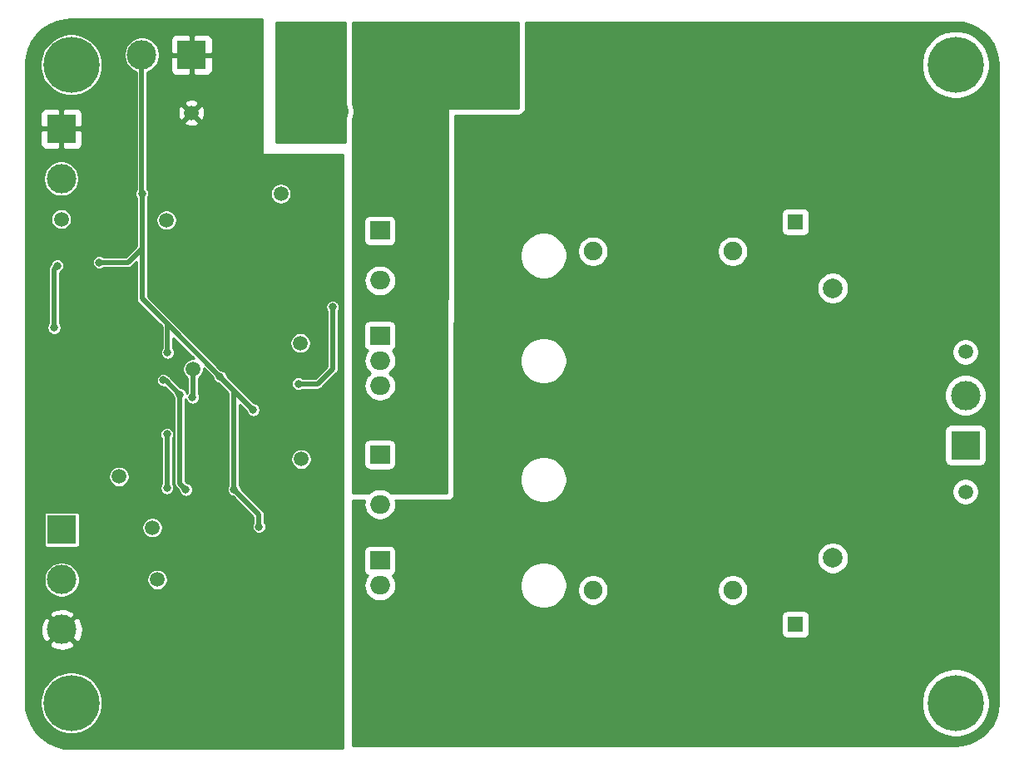
<source format=gbl>
G04 #@! TF.GenerationSoftware,KiCad,Pcbnew,5.1.10*
G04 #@! TF.CreationDate,2021-08-14T15:52:34+12:00*
G04 #@! TF.ProjectId,DClassAmplifier,44436c61-7373-4416-9d70-6c6966696572,rev?*
G04 #@! TF.SameCoordinates,Original*
G04 #@! TF.FileFunction,Copper,L2,Bot*
G04 #@! TF.FilePolarity,Positive*
%FSLAX46Y46*%
G04 Gerber Fmt 4.6, Leading zero omitted, Abs format (unit mm)*
G04 Created by KiCad (PCBNEW 5.1.10) date 2021-08-14 15:52:34*
%MOMM*%
%LPD*%
G01*
G04 APERTURE LIST*
G04 #@! TA.AperFunction,ComponentPad*
%ADD10C,1.500000*%
G04 #@! TD*
G04 #@! TA.AperFunction,ComponentPad*
%ADD11C,3.000000*%
G04 #@! TD*
G04 #@! TA.AperFunction,ComponentPad*
%ADD12R,3.000000X3.000000*%
G04 #@! TD*
G04 #@! TA.AperFunction,ComponentPad*
%ADD13O,2.000000X1.905000*%
G04 #@! TD*
G04 #@! TA.AperFunction,ComponentPad*
%ADD14R,2.000000X1.905000*%
G04 #@! TD*
G04 #@! TA.AperFunction,ComponentPad*
%ADD15C,2.000000*%
G04 #@! TD*
G04 #@! TA.AperFunction,ComponentPad*
%ADD16C,1.905000*%
G04 #@! TD*
G04 #@! TA.AperFunction,ComponentPad*
%ADD17C,1.600000*%
G04 #@! TD*
G04 #@! TA.AperFunction,ComponentPad*
%ADD18R,1.600000X1.600000*%
G04 #@! TD*
G04 #@! TA.AperFunction,ComponentPad*
%ADD19C,2.400000*%
G04 #@! TD*
G04 #@! TA.AperFunction,ComponentPad*
%ADD20R,2.400000X2.400000*%
G04 #@! TD*
G04 #@! TA.AperFunction,ComponentPad*
%ADD21C,5.700000*%
G04 #@! TD*
G04 #@! TA.AperFunction,ViaPad*
%ADD22C,0.800000*%
G04 #@! TD*
G04 #@! TA.AperFunction,Conductor*
%ADD23C,0.500000*%
G04 #@! TD*
G04 #@! TA.AperFunction,Conductor*
%ADD24C,0.254000*%
G04 #@! TD*
G04 #@! TA.AperFunction,Conductor*
%ADD25C,0.100000*%
G04 #@! TD*
G04 APERTURE END LIST*
D10*
X98970000Y-78220000D03*
X121320000Y-75650000D03*
D11*
X107170000Y-61500000D03*
D12*
X112250000Y-61500000D03*
D13*
X131400000Y-118080000D03*
X131400000Y-115540000D03*
D14*
X131400000Y-113000000D03*
D13*
X131400000Y-107280000D03*
X131400000Y-104740000D03*
D14*
X131400000Y-102200000D03*
D13*
X131400000Y-95180000D03*
X131400000Y-92640000D03*
D14*
X131400000Y-90100000D03*
D13*
X131400000Y-84480000D03*
X131400000Y-81940000D03*
D14*
X131400000Y-79400000D03*
D15*
X177500000Y-85250000D03*
X177500000Y-112750000D03*
D10*
X109675000Y-78325000D03*
X112400000Y-93500000D03*
X123400000Y-102675000D03*
X191000000Y-106000000D03*
X191000000Y-91750000D03*
X123325000Y-90850000D03*
X104850000Y-104450000D03*
X108250000Y-109650000D03*
X108750000Y-114950000D03*
X112210000Y-67400000D03*
D16*
X153088000Y-116000000D03*
X167312000Y-116000000D03*
X167312000Y-81500000D03*
X153088000Y-81500000D03*
D11*
X98975000Y-74100000D03*
D12*
X98975000Y-69020000D03*
D11*
X191000000Y-96170000D03*
D12*
X191000000Y-101250000D03*
D11*
X99025000Y-120030000D03*
X99025000Y-114950000D03*
D12*
X99025000Y-109870000D03*
D11*
X143670000Y-61500000D03*
D12*
X148750000Y-61500000D03*
D17*
X173700000Y-123000000D03*
D18*
X173700000Y-119500000D03*
D17*
X173700000Y-75000000D03*
D18*
X173700000Y-78500000D03*
D19*
X127000000Y-67250000D03*
D20*
X134500000Y-67250000D03*
G04 #@! TA.AperFunction,SMDPad,CuDef*
G36*
G01*
X142050002Y-69025000D02*
X140749998Y-69025000D01*
G75*
G02*
X140500000Y-68775002I0J249998D01*
G01*
X140500000Y-67949998D01*
G75*
G02*
X140749998Y-67700000I249998J0D01*
G01*
X142050002Y-67700000D01*
G75*
G02*
X142300000Y-67949998I0J-249998D01*
G01*
X142300000Y-68775002D01*
G75*
G02*
X142050002Y-69025000I-249998J0D01*
G01*
G37*
G04 #@! TD.AperFunction*
G04 #@! TA.AperFunction,SMDPad,CuDef*
G36*
G01*
X142050002Y-65900000D02*
X140749998Y-65900000D01*
G75*
G02*
X140500000Y-65650002I0J249998D01*
G01*
X140500000Y-64824998D01*
G75*
G02*
X140749998Y-64575000I249998J0D01*
G01*
X142050002Y-64575000D01*
G75*
G02*
X142300000Y-64824998I0J-249998D01*
G01*
X142300000Y-65650002D01*
G75*
G02*
X142050002Y-65900000I-249998J0D01*
G01*
G37*
G04 #@! TD.AperFunction*
D21*
X190000000Y-127500000D03*
X100000000Y-127500000D03*
X190000000Y-62500000D03*
X100000000Y-62500000D03*
D22*
X111050000Y-96100000D03*
X111655182Y-105774372D03*
X118500000Y-97650000D03*
X115125000Y-94275000D03*
X119100000Y-109561459D03*
X116556403Y-105768597D03*
X109368750Y-94618750D03*
X102850000Y-82620000D03*
X107195000Y-75605000D03*
X109800000Y-91800000D03*
X118000000Y-100500000D03*
X118000000Y-102500000D03*
X120500000Y-102500000D03*
X114500000Y-100500000D03*
X114500000Y-96000000D03*
X104500000Y-103000000D03*
X103020000Y-103000000D03*
X106000000Y-100500000D03*
X106000000Y-103000000D03*
X108000000Y-90750000D03*
X105250000Y-90750000D03*
X105250000Y-93250000D03*
X105250000Y-95500000D03*
X118250000Y-83625000D03*
X118250000Y-82225000D03*
X119125000Y-77775000D03*
X108600000Y-80250000D03*
X110600000Y-80250000D03*
X111250000Y-78000000D03*
X120000000Y-90000000D03*
X118000000Y-90000000D03*
X116000000Y-90000000D03*
X112325000Y-96375000D03*
X109750000Y-105600000D03*
X109740000Y-100130000D03*
X98250000Y-89290000D03*
X98570000Y-82980000D03*
X123100000Y-95000000D03*
X126600000Y-87170000D03*
D23*
X111050000Y-105169190D02*
X111655182Y-105774372D01*
X111050000Y-96100000D02*
X111050000Y-105169190D01*
X115125000Y-94275000D02*
X118500000Y-97650000D01*
X119100000Y-108312194D02*
X116556403Y-105768597D01*
X119100000Y-109561459D02*
X119100000Y-108312194D01*
X116556403Y-95706403D02*
X115125000Y-94275000D01*
X116556403Y-105768597D02*
X116556403Y-95706403D01*
X109568750Y-94618750D02*
X111050000Y-96100000D01*
X109368750Y-94618750D02*
X109568750Y-94618750D01*
X107170000Y-61500000D02*
X107170000Y-75480000D01*
X105780000Y-82620000D02*
X107195000Y-81205000D01*
X102850000Y-82620000D02*
X105780000Y-82620000D01*
X107195000Y-81205000D02*
X107195000Y-86345000D01*
X107195000Y-75605000D02*
X107195000Y-81205000D01*
X109800000Y-88950000D02*
X109725000Y-88875000D01*
X109800000Y-91800000D02*
X109800000Y-88950000D01*
X109725000Y-88875000D02*
X115125000Y-94275000D01*
X107195000Y-86345000D02*
X109725000Y-88875000D01*
X112400000Y-96300000D02*
X112325000Y-96375000D01*
X112400000Y-93500000D02*
X112400000Y-96300000D01*
X109750000Y-100140000D02*
X109740000Y-100130000D01*
X109750000Y-105600000D02*
X109750000Y-100140000D01*
X98250000Y-83300000D02*
X98570000Y-82980000D01*
X98250000Y-89290000D02*
X98250000Y-83300000D01*
X125100000Y-95000000D02*
X123100000Y-95000000D01*
X126600000Y-93500000D02*
X125100000Y-95000000D01*
X126600000Y-87170000D02*
X126600000Y-93500000D01*
D24*
X190768083Y-58231173D02*
X191511891Y-58434656D01*
X192207905Y-58766638D01*
X192834130Y-59216626D01*
X193370777Y-59770403D01*
X193800871Y-60410451D01*
X194110829Y-61116553D01*
X194292065Y-61871457D01*
X194340000Y-62524207D01*
X194340001Y-127470597D01*
X194268827Y-128268083D01*
X194065344Y-129011890D01*
X193733363Y-129707904D01*
X193283374Y-130334130D01*
X192729597Y-130870777D01*
X192089549Y-131300871D01*
X191383447Y-131610829D01*
X190628543Y-131792065D01*
X189975793Y-131840000D01*
X128627000Y-131840000D01*
X128627000Y-127156758D01*
X186515000Y-127156758D01*
X186515000Y-127843242D01*
X186648927Y-128516537D01*
X186911633Y-129150766D01*
X187293024Y-129721558D01*
X187778442Y-130206976D01*
X188349234Y-130588367D01*
X188983463Y-130851073D01*
X189656758Y-130985000D01*
X190343242Y-130985000D01*
X191016537Y-130851073D01*
X191650766Y-130588367D01*
X192221558Y-130206976D01*
X192706976Y-129721558D01*
X193088367Y-129150766D01*
X193351073Y-128516537D01*
X193485000Y-127843242D01*
X193485000Y-127156758D01*
X193351073Y-126483463D01*
X193088367Y-125849234D01*
X192706976Y-125278442D01*
X192221558Y-124793024D01*
X191650766Y-124411633D01*
X191016537Y-124148927D01*
X190343242Y-124015000D01*
X189656758Y-124015000D01*
X188983463Y-124148927D01*
X188349234Y-124411633D01*
X187778442Y-124793024D01*
X187293024Y-125278442D01*
X186911633Y-125849234D01*
X186648927Y-126483463D01*
X186515000Y-127156758D01*
X128627000Y-127156758D01*
X128627000Y-118700000D01*
X172261928Y-118700000D01*
X172261928Y-120300000D01*
X172274188Y-120424482D01*
X172310498Y-120544180D01*
X172369463Y-120654494D01*
X172448815Y-120751185D01*
X172545506Y-120830537D01*
X172655820Y-120889502D01*
X172775518Y-120925812D01*
X172900000Y-120938072D01*
X174500000Y-120938072D01*
X174624482Y-120925812D01*
X174744180Y-120889502D01*
X174854494Y-120830537D01*
X174951185Y-120751185D01*
X175030537Y-120654494D01*
X175089502Y-120544180D01*
X175125812Y-120424482D01*
X175138072Y-120300000D01*
X175138072Y-118700000D01*
X175125812Y-118575518D01*
X175089502Y-118455820D01*
X175030537Y-118345506D01*
X174951185Y-118248815D01*
X174854494Y-118169463D01*
X174744180Y-118110498D01*
X174624482Y-118074188D01*
X174500000Y-118061928D01*
X172900000Y-118061928D01*
X172775518Y-118074188D01*
X172655820Y-118110498D01*
X172545506Y-118169463D01*
X172448815Y-118248815D01*
X172369463Y-118345506D01*
X172310498Y-118455820D01*
X172274188Y-118575518D01*
X172261928Y-118700000D01*
X128627000Y-118700000D01*
X128627000Y-115540000D01*
X129757319Y-115540000D01*
X129787970Y-115851204D01*
X129878745Y-116150449D01*
X130026155Y-116426235D01*
X130224537Y-116667963D01*
X130466265Y-116866345D01*
X130742051Y-117013755D01*
X131041296Y-117104530D01*
X131274514Y-117127500D01*
X131525486Y-117127500D01*
X131758704Y-117104530D01*
X132057949Y-117013755D01*
X132333735Y-116866345D01*
X132575463Y-116667963D01*
X132773845Y-116426235D01*
X132921255Y-116150449D01*
X133012030Y-115851204D01*
X133042681Y-115540000D01*
X133019546Y-115305098D01*
X145675000Y-115305098D01*
X145675000Y-115774902D01*
X145766654Y-116235679D01*
X145946440Y-116669721D01*
X146207450Y-117060349D01*
X146539651Y-117392550D01*
X146930279Y-117653560D01*
X147364321Y-117833346D01*
X147825098Y-117925000D01*
X148294902Y-117925000D01*
X148755679Y-117833346D01*
X149189721Y-117653560D01*
X149580349Y-117392550D01*
X149912550Y-117060349D01*
X150173560Y-116669721D01*
X150353346Y-116235679D01*
X150431326Y-115843645D01*
X151500500Y-115843645D01*
X151500500Y-116156355D01*
X151561507Y-116463057D01*
X151681176Y-116751963D01*
X151854908Y-117011972D01*
X152076028Y-117233092D01*
X152336037Y-117406824D01*
X152624943Y-117526493D01*
X152931645Y-117587500D01*
X153244355Y-117587500D01*
X153551057Y-117526493D01*
X153839963Y-117406824D01*
X154099972Y-117233092D01*
X154321092Y-117011972D01*
X154494824Y-116751963D01*
X154614493Y-116463057D01*
X154675500Y-116156355D01*
X154675500Y-115843645D01*
X165724500Y-115843645D01*
X165724500Y-116156355D01*
X165785507Y-116463057D01*
X165905176Y-116751963D01*
X166078908Y-117011972D01*
X166300028Y-117233092D01*
X166560037Y-117406824D01*
X166848943Y-117526493D01*
X167155645Y-117587500D01*
X167468355Y-117587500D01*
X167775057Y-117526493D01*
X168063963Y-117406824D01*
X168323972Y-117233092D01*
X168545092Y-117011972D01*
X168718824Y-116751963D01*
X168838493Y-116463057D01*
X168899500Y-116156355D01*
X168899500Y-115843645D01*
X168838493Y-115536943D01*
X168718824Y-115248037D01*
X168545092Y-114988028D01*
X168323972Y-114766908D01*
X168063963Y-114593176D01*
X167775057Y-114473507D01*
X167468355Y-114412500D01*
X167155645Y-114412500D01*
X166848943Y-114473507D01*
X166560037Y-114593176D01*
X166300028Y-114766908D01*
X166078908Y-114988028D01*
X165905176Y-115248037D01*
X165785507Y-115536943D01*
X165724500Y-115843645D01*
X154675500Y-115843645D01*
X154614493Y-115536943D01*
X154494824Y-115248037D01*
X154321092Y-114988028D01*
X154099972Y-114766908D01*
X153839963Y-114593176D01*
X153551057Y-114473507D01*
X153244355Y-114412500D01*
X152931645Y-114412500D01*
X152624943Y-114473507D01*
X152336037Y-114593176D01*
X152076028Y-114766908D01*
X151854908Y-114988028D01*
X151681176Y-115248037D01*
X151561507Y-115536943D01*
X151500500Y-115843645D01*
X150431326Y-115843645D01*
X150445000Y-115774902D01*
X150445000Y-115305098D01*
X150353346Y-114844321D01*
X150173560Y-114410279D01*
X149912550Y-114019651D01*
X149580349Y-113687450D01*
X149189721Y-113426440D01*
X148755679Y-113246654D01*
X148294902Y-113155000D01*
X147825098Y-113155000D01*
X147364321Y-113246654D01*
X146930279Y-113426440D01*
X146539651Y-113687450D01*
X146207450Y-114019651D01*
X145946440Y-114410279D01*
X145766654Y-114844321D01*
X145675000Y-115305098D01*
X133019546Y-115305098D01*
X133012030Y-115228796D01*
X132921255Y-114929551D01*
X132773845Y-114653765D01*
X132670554Y-114527905D01*
X132754494Y-114483037D01*
X132851185Y-114403685D01*
X132930537Y-114306994D01*
X132989502Y-114196680D01*
X133025812Y-114076982D01*
X133038072Y-113952500D01*
X133038072Y-112588967D01*
X175865000Y-112588967D01*
X175865000Y-112911033D01*
X175927832Y-113226912D01*
X176051082Y-113524463D01*
X176230013Y-113792252D01*
X176457748Y-114019987D01*
X176725537Y-114198918D01*
X177023088Y-114322168D01*
X177338967Y-114385000D01*
X177661033Y-114385000D01*
X177976912Y-114322168D01*
X178274463Y-114198918D01*
X178542252Y-114019987D01*
X178769987Y-113792252D01*
X178948918Y-113524463D01*
X179072168Y-113226912D01*
X179135000Y-112911033D01*
X179135000Y-112588967D01*
X179072168Y-112273088D01*
X178948918Y-111975537D01*
X178769987Y-111707748D01*
X178542252Y-111480013D01*
X178274463Y-111301082D01*
X177976912Y-111177832D01*
X177661033Y-111115000D01*
X177338967Y-111115000D01*
X177023088Y-111177832D01*
X176725537Y-111301082D01*
X176457748Y-111480013D01*
X176230013Y-111707748D01*
X176051082Y-111975537D01*
X175927832Y-112273088D01*
X175865000Y-112588967D01*
X133038072Y-112588967D01*
X133038072Y-112047500D01*
X133025812Y-111923018D01*
X132989502Y-111803320D01*
X132930537Y-111693006D01*
X132851185Y-111596315D01*
X132754494Y-111516963D01*
X132644180Y-111457998D01*
X132524482Y-111421688D01*
X132400000Y-111409428D01*
X130400000Y-111409428D01*
X130275518Y-111421688D01*
X130155820Y-111457998D01*
X130045506Y-111516963D01*
X129948815Y-111596315D01*
X129869463Y-111693006D01*
X129810498Y-111803320D01*
X129774188Y-111923018D01*
X129761928Y-112047500D01*
X129761928Y-113952500D01*
X129774188Y-114076982D01*
X129810498Y-114196680D01*
X129869463Y-114306994D01*
X129948815Y-114403685D01*
X130045506Y-114483037D01*
X130129446Y-114527905D01*
X130026155Y-114653765D01*
X129878745Y-114929551D01*
X129787970Y-115228796D01*
X129757319Y-115540000D01*
X128627000Y-115540000D01*
X128627000Y-106885000D01*
X129813389Y-106885000D01*
X129787970Y-106968796D01*
X129757319Y-107280000D01*
X129787970Y-107591204D01*
X129878745Y-107890449D01*
X130026155Y-108166235D01*
X130224537Y-108407963D01*
X130466265Y-108606345D01*
X130742051Y-108753755D01*
X131041296Y-108844530D01*
X131274514Y-108867500D01*
X131525486Y-108867500D01*
X131758704Y-108844530D01*
X132057949Y-108753755D01*
X132333735Y-108606345D01*
X132575463Y-108407963D01*
X132773845Y-108166235D01*
X132921255Y-107890449D01*
X133012030Y-107591204D01*
X133042681Y-107280000D01*
X133012030Y-106968796D01*
X132986611Y-106885000D01*
X138350000Y-106885000D01*
X138472890Y-106872995D01*
X138592069Y-106837050D01*
X138701946Y-106778544D01*
X138798297Y-106699727D01*
X138877421Y-106603627D01*
X138936276Y-106493938D01*
X138972601Y-106374874D01*
X138984999Y-106251011D01*
X138987779Y-104505098D01*
X145675000Y-104505098D01*
X145675000Y-104974902D01*
X145766654Y-105435679D01*
X145946440Y-105869721D01*
X146207450Y-106260349D01*
X146539651Y-106592550D01*
X146930279Y-106853560D01*
X147364321Y-107033346D01*
X147825098Y-107125000D01*
X148294902Y-107125000D01*
X148755679Y-107033346D01*
X149189721Y-106853560D01*
X149580349Y-106592550D01*
X149912550Y-106260349D01*
X150173560Y-105869721D01*
X150176099Y-105863589D01*
X189615000Y-105863589D01*
X189615000Y-106136411D01*
X189668225Y-106403989D01*
X189772629Y-106656043D01*
X189924201Y-106882886D01*
X190117114Y-107075799D01*
X190343957Y-107227371D01*
X190596011Y-107331775D01*
X190863589Y-107385000D01*
X191136411Y-107385000D01*
X191403989Y-107331775D01*
X191656043Y-107227371D01*
X191882886Y-107075799D01*
X192075799Y-106882886D01*
X192227371Y-106656043D01*
X192331775Y-106403989D01*
X192385000Y-106136411D01*
X192385000Y-105863589D01*
X192331775Y-105596011D01*
X192227371Y-105343957D01*
X192075799Y-105117114D01*
X191882886Y-104924201D01*
X191656043Y-104772629D01*
X191403989Y-104668225D01*
X191136411Y-104615000D01*
X190863589Y-104615000D01*
X190596011Y-104668225D01*
X190343957Y-104772629D01*
X190117114Y-104924201D01*
X189924201Y-105117114D01*
X189772629Y-105343957D01*
X189668225Y-105596011D01*
X189615000Y-105863589D01*
X150176099Y-105863589D01*
X150353346Y-105435679D01*
X150445000Y-104974902D01*
X150445000Y-104505098D01*
X150353346Y-104044321D01*
X150173560Y-103610279D01*
X149912550Y-103219651D01*
X149580349Y-102887450D01*
X149189721Y-102626440D01*
X148755679Y-102446654D01*
X148294902Y-102355000D01*
X147825098Y-102355000D01*
X147364321Y-102446654D01*
X146930279Y-102626440D01*
X146539651Y-102887450D01*
X146207450Y-103219651D01*
X145946440Y-103610279D01*
X145766654Y-104044321D01*
X145675000Y-104505098D01*
X138987779Y-104505098D01*
X138995350Y-99750000D01*
X188861928Y-99750000D01*
X188861928Y-102750000D01*
X188874188Y-102874482D01*
X188910498Y-102994180D01*
X188969463Y-103104494D01*
X189048815Y-103201185D01*
X189145506Y-103280537D01*
X189255820Y-103339502D01*
X189375518Y-103375812D01*
X189500000Y-103388072D01*
X192500000Y-103388072D01*
X192624482Y-103375812D01*
X192744180Y-103339502D01*
X192854494Y-103280537D01*
X192951185Y-103201185D01*
X193030537Y-103104494D01*
X193089502Y-102994180D01*
X193125812Y-102874482D01*
X193138072Y-102750000D01*
X193138072Y-99750000D01*
X193125812Y-99625518D01*
X193089502Y-99505820D01*
X193030537Y-99395506D01*
X192951185Y-99298815D01*
X192854494Y-99219463D01*
X192744180Y-99160498D01*
X192624482Y-99124188D01*
X192500000Y-99111928D01*
X189500000Y-99111928D01*
X189375518Y-99124188D01*
X189255820Y-99160498D01*
X189145506Y-99219463D01*
X189048815Y-99298815D01*
X188969463Y-99395506D01*
X188910498Y-99505820D01*
X188874188Y-99625518D01*
X188861928Y-99750000D01*
X138995350Y-99750000D01*
X139001385Y-95959721D01*
X188865000Y-95959721D01*
X188865000Y-96380279D01*
X188947047Y-96792756D01*
X189107988Y-97181302D01*
X189341637Y-97530983D01*
X189639017Y-97828363D01*
X189988698Y-98062012D01*
X190377244Y-98222953D01*
X190789721Y-98305000D01*
X191210279Y-98305000D01*
X191622756Y-98222953D01*
X192011302Y-98062012D01*
X192360983Y-97828363D01*
X192658363Y-97530983D01*
X192892012Y-97181302D01*
X193052953Y-96792756D01*
X193135000Y-96380279D01*
X193135000Y-95959721D01*
X193052953Y-95547244D01*
X192892012Y-95158698D01*
X192658363Y-94809017D01*
X192360983Y-94511637D01*
X192011302Y-94277988D01*
X191622756Y-94117047D01*
X191210279Y-94035000D01*
X190789721Y-94035000D01*
X190377244Y-94117047D01*
X189988698Y-94277988D01*
X189639017Y-94511637D01*
X189341637Y-94809017D01*
X189107988Y-95158698D01*
X188947047Y-95547244D01*
X188865000Y-95959721D01*
X139001385Y-95959721D01*
X139007046Y-92405098D01*
X145675000Y-92405098D01*
X145675000Y-92874902D01*
X145766654Y-93335679D01*
X145946440Y-93769721D01*
X146207450Y-94160349D01*
X146539651Y-94492550D01*
X146930279Y-94753560D01*
X147364321Y-94933346D01*
X147825098Y-95025000D01*
X148294902Y-95025000D01*
X148755679Y-94933346D01*
X149189721Y-94753560D01*
X149580349Y-94492550D01*
X149912550Y-94160349D01*
X150173560Y-93769721D01*
X150353346Y-93335679D01*
X150445000Y-92874902D01*
X150445000Y-92405098D01*
X150353346Y-91944321D01*
X150216353Y-91613589D01*
X189615000Y-91613589D01*
X189615000Y-91886411D01*
X189668225Y-92153989D01*
X189772629Y-92406043D01*
X189924201Y-92632886D01*
X190117114Y-92825799D01*
X190343957Y-92977371D01*
X190596011Y-93081775D01*
X190863589Y-93135000D01*
X191136411Y-93135000D01*
X191403989Y-93081775D01*
X191656043Y-92977371D01*
X191882886Y-92825799D01*
X192075799Y-92632886D01*
X192227371Y-92406043D01*
X192331775Y-92153989D01*
X192385000Y-91886411D01*
X192385000Y-91613589D01*
X192331775Y-91346011D01*
X192227371Y-91093957D01*
X192075799Y-90867114D01*
X191882886Y-90674201D01*
X191656043Y-90522629D01*
X191403989Y-90418225D01*
X191136411Y-90365000D01*
X190863589Y-90365000D01*
X190596011Y-90418225D01*
X190343957Y-90522629D01*
X190117114Y-90674201D01*
X189924201Y-90867114D01*
X189772629Y-91093957D01*
X189668225Y-91346011D01*
X189615000Y-91613589D01*
X150216353Y-91613589D01*
X150173560Y-91510279D01*
X149912550Y-91119651D01*
X149580349Y-90787450D01*
X149189721Y-90526440D01*
X148755679Y-90346654D01*
X148294902Y-90255000D01*
X147825098Y-90255000D01*
X147364321Y-90346654D01*
X146930279Y-90526440D01*
X146539651Y-90787450D01*
X146207450Y-91119651D01*
X145946440Y-91510279D01*
X145766654Y-91944321D01*
X145675000Y-92405098D01*
X139007046Y-92405098D01*
X139018695Y-85088967D01*
X175865000Y-85088967D01*
X175865000Y-85411033D01*
X175927832Y-85726912D01*
X176051082Y-86024463D01*
X176230013Y-86292252D01*
X176457748Y-86519987D01*
X176725537Y-86698918D01*
X177023088Y-86822168D01*
X177338967Y-86885000D01*
X177661033Y-86885000D01*
X177976912Y-86822168D01*
X178274463Y-86698918D01*
X178542252Y-86519987D01*
X178769987Y-86292252D01*
X178948918Y-86024463D01*
X179072168Y-85726912D01*
X179135000Y-85411033D01*
X179135000Y-85088967D01*
X179072168Y-84773088D01*
X178948918Y-84475537D01*
X178769987Y-84207748D01*
X178542252Y-83980013D01*
X178274463Y-83801082D01*
X177976912Y-83677832D01*
X177661033Y-83615000D01*
X177338967Y-83615000D01*
X177023088Y-83677832D01*
X176725537Y-83801082D01*
X176457748Y-83980013D01*
X176230013Y-84207748D01*
X176051082Y-84475537D01*
X175927832Y-84773088D01*
X175865000Y-85088967D01*
X139018695Y-85088967D01*
X139024084Y-81705098D01*
X145675000Y-81705098D01*
X145675000Y-82174902D01*
X145766654Y-82635679D01*
X145946440Y-83069721D01*
X146207450Y-83460349D01*
X146539651Y-83792550D01*
X146930279Y-84053560D01*
X147364321Y-84233346D01*
X147825098Y-84325000D01*
X148294902Y-84325000D01*
X148755679Y-84233346D01*
X149189721Y-84053560D01*
X149580349Y-83792550D01*
X149912550Y-83460349D01*
X150173560Y-83069721D01*
X150353346Y-82635679D01*
X150445000Y-82174902D01*
X150445000Y-81705098D01*
X150373103Y-81343645D01*
X151500500Y-81343645D01*
X151500500Y-81656355D01*
X151561507Y-81963057D01*
X151681176Y-82251963D01*
X151854908Y-82511972D01*
X152076028Y-82733092D01*
X152336037Y-82906824D01*
X152624943Y-83026493D01*
X152931645Y-83087500D01*
X153244355Y-83087500D01*
X153551057Y-83026493D01*
X153839963Y-82906824D01*
X154099972Y-82733092D01*
X154321092Y-82511972D01*
X154494824Y-82251963D01*
X154614493Y-81963057D01*
X154675500Y-81656355D01*
X154675500Y-81343645D01*
X165724500Y-81343645D01*
X165724500Y-81656355D01*
X165785507Y-81963057D01*
X165905176Y-82251963D01*
X166078908Y-82511972D01*
X166300028Y-82733092D01*
X166560037Y-82906824D01*
X166848943Y-83026493D01*
X167155645Y-83087500D01*
X167468355Y-83087500D01*
X167775057Y-83026493D01*
X168063963Y-82906824D01*
X168323972Y-82733092D01*
X168545092Y-82511972D01*
X168718824Y-82251963D01*
X168838493Y-81963057D01*
X168899500Y-81656355D01*
X168899500Y-81343645D01*
X168838493Y-81036943D01*
X168718824Y-80748037D01*
X168545092Y-80488028D01*
X168323972Y-80266908D01*
X168063963Y-80093176D01*
X167775057Y-79973507D01*
X167468355Y-79912500D01*
X167155645Y-79912500D01*
X166848943Y-79973507D01*
X166560037Y-80093176D01*
X166300028Y-80266908D01*
X166078908Y-80488028D01*
X165905176Y-80748037D01*
X165785507Y-81036943D01*
X165724500Y-81343645D01*
X154675500Y-81343645D01*
X154614493Y-81036943D01*
X154494824Y-80748037D01*
X154321092Y-80488028D01*
X154099972Y-80266908D01*
X153839963Y-80093176D01*
X153551057Y-79973507D01*
X153244355Y-79912500D01*
X152931645Y-79912500D01*
X152624943Y-79973507D01*
X152336037Y-80093176D01*
X152076028Y-80266908D01*
X151854908Y-80488028D01*
X151681176Y-80748037D01*
X151561507Y-81036943D01*
X151500500Y-81343645D01*
X150373103Y-81343645D01*
X150353346Y-81244321D01*
X150173560Y-80810279D01*
X149912550Y-80419651D01*
X149580349Y-80087450D01*
X149189721Y-79826440D01*
X148755679Y-79646654D01*
X148294902Y-79555000D01*
X147825098Y-79555000D01*
X147364321Y-79646654D01*
X146930279Y-79826440D01*
X146539651Y-80087450D01*
X146207450Y-80419651D01*
X145946440Y-80810279D01*
X145766654Y-81244321D01*
X145675000Y-81705098D01*
X139024084Y-81705098D01*
X139030461Y-77700000D01*
X172261928Y-77700000D01*
X172261928Y-79300000D01*
X172274188Y-79424482D01*
X172310498Y-79544180D01*
X172369463Y-79654494D01*
X172448815Y-79751185D01*
X172545506Y-79830537D01*
X172655820Y-79889502D01*
X172775518Y-79925812D01*
X172900000Y-79938072D01*
X174500000Y-79938072D01*
X174624482Y-79925812D01*
X174744180Y-79889502D01*
X174854494Y-79830537D01*
X174951185Y-79751185D01*
X175030537Y-79654494D01*
X175089502Y-79544180D01*
X175125812Y-79424482D01*
X175138072Y-79300000D01*
X175138072Y-77700000D01*
X175125812Y-77575518D01*
X175089502Y-77455820D01*
X175030537Y-77345506D01*
X174951185Y-77248815D01*
X174854494Y-77169463D01*
X174744180Y-77110498D01*
X174624482Y-77074188D01*
X174500000Y-77061928D01*
X172900000Y-77061928D01*
X172775518Y-77074188D01*
X172655820Y-77110498D01*
X172545506Y-77169463D01*
X172448815Y-77248815D01*
X172369463Y-77345506D01*
X172310498Y-77455820D01*
X172274188Y-77575518D01*
X172261928Y-77700000D01*
X139030461Y-77700000D01*
X139046489Y-67635000D01*
X145587500Y-67635000D01*
X145712202Y-67622635D01*
X145831276Y-67586343D01*
X145940982Y-67527519D01*
X146037103Y-67448422D01*
X146115947Y-67352092D01*
X146174483Y-67242232D01*
X146210461Y-67123063D01*
X146222499Y-66999164D01*
X146216128Y-62156758D01*
X186515000Y-62156758D01*
X186515000Y-62843242D01*
X186648927Y-63516537D01*
X186911633Y-64150766D01*
X187293024Y-64721558D01*
X187778442Y-65206976D01*
X188349234Y-65588367D01*
X188983463Y-65851073D01*
X189656758Y-65985000D01*
X190343242Y-65985000D01*
X191016537Y-65851073D01*
X191650766Y-65588367D01*
X192221558Y-65206976D01*
X192706976Y-64721558D01*
X193088367Y-64150766D01*
X193351073Y-63516537D01*
X193485000Y-62843242D01*
X193485000Y-62156758D01*
X193351073Y-61483463D01*
X193088367Y-60849234D01*
X192706976Y-60278442D01*
X192221558Y-59793024D01*
X191650766Y-59411633D01*
X191016537Y-59148927D01*
X190343242Y-59015000D01*
X189656758Y-59015000D01*
X188983463Y-59148927D01*
X188349234Y-59411633D01*
X187778442Y-59793024D01*
X187293024Y-60278442D01*
X186911633Y-60849234D01*
X186648927Y-61483463D01*
X186515000Y-62156758D01*
X146216128Y-62156758D01*
X146210869Y-58160000D01*
X189970608Y-58160000D01*
X190768083Y-58231173D01*
G04 #@! TA.AperFunction,Conductor*
D25*
G36*
X190768083Y-58231173D02*
G01*
X191511891Y-58434656D01*
X192207905Y-58766638D01*
X192834130Y-59216626D01*
X193370777Y-59770403D01*
X193800871Y-60410451D01*
X194110829Y-61116553D01*
X194292065Y-61871457D01*
X194340000Y-62524207D01*
X194340001Y-127470597D01*
X194268827Y-128268083D01*
X194065344Y-129011890D01*
X193733363Y-129707904D01*
X193283374Y-130334130D01*
X192729597Y-130870777D01*
X192089549Y-131300871D01*
X191383447Y-131610829D01*
X190628543Y-131792065D01*
X189975793Y-131840000D01*
X128627000Y-131840000D01*
X128627000Y-127156758D01*
X186515000Y-127156758D01*
X186515000Y-127843242D01*
X186648927Y-128516537D01*
X186911633Y-129150766D01*
X187293024Y-129721558D01*
X187778442Y-130206976D01*
X188349234Y-130588367D01*
X188983463Y-130851073D01*
X189656758Y-130985000D01*
X190343242Y-130985000D01*
X191016537Y-130851073D01*
X191650766Y-130588367D01*
X192221558Y-130206976D01*
X192706976Y-129721558D01*
X193088367Y-129150766D01*
X193351073Y-128516537D01*
X193485000Y-127843242D01*
X193485000Y-127156758D01*
X193351073Y-126483463D01*
X193088367Y-125849234D01*
X192706976Y-125278442D01*
X192221558Y-124793024D01*
X191650766Y-124411633D01*
X191016537Y-124148927D01*
X190343242Y-124015000D01*
X189656758Y-124015000D01*
X188983463Y-124148927D01*
X188349234Y-124411633D01*
X187778442Y-124793024D01*
X187293024Y-125278442D01*
X186911633Y-125849234D01*
X186648927Y-126483463D01*
X186515000Y-127156758D01*
X128627000Y-127156758D01*
X128627000Y-118700000D01*
X172261928Y-118700000D01*
X172261928Y-120300000D01*
X172274188Y-120424482D01*
X172310498Y-120544180D01*
X172369463Y-120654494D01*
X172448815Y-120751185D01*
X172545506Y-120830537D01*
X172655820Y-120889502D01*
X172775518Y-120925812D01*
X172900000Y-120938072D01*
X174500000Y-120938072D01*
X174624482Y-120925812D01*
X174744180Y-120889502D01*
X174854494Y-120830537D01*
X174951185Y-120751185D01*
X175030537Y-120654494D01*
X175089502Y-120544180D01*
X175125812Y-120424482D01*
X175138072Y-120300000D01*
X175138072Y-118700000D01*
X175125812Y-118575518D01*
X175089502Y-118455820D01*
X175030537Y-118345506D01*
X174951185Y-118248815D01*
X174854494Y-118169463D01*
X174744180Y-118110498D01*
X174624482Y-118074188D01*
X174500000Y-118061928D01*
X172900000Y-118061928D01*
X172775518Y-118074188D01*
X172655820Y-118110498D01*
X172545506Y-118169463D01*
X172448815Y-118248815D01*
X172369463Y-118345506D01*
X172310498Y-118455820D01*
X172274188Y-118575518D01*
X172261928Y-118700000D01*
X128627000Y-118700000D01*
X128627000Y-115540000D01*
X129757319Y-115540000D01*
X129787970Y-115851204D01*
X129878745Y-116150449D01*
X130026155Y-116426235D01*
X130224537Y-116667963D01*
X130466265Y-116866345D01*
X130742051Y-117013755D01*
X131041296Y-117104530D01*
X131274514Y-117127500D01*
X131525486Y-117127500D01*
X131758704Y-117104530D01*
X132057949Y-117013755D01*
X132333735Y-116866345D01*
X132575463Y-116667963D01*
X132773845Y-116426235D01*
X132921255Y-116150449D01*
X133012030Y-115851204D01*
X133042681Y-115540000D01*
X133019546Y-115305098D01*
X145675000Y-115305098D01*
X145675000Y-115774902D01*
X145766654Y-116235679D01*
X145946440Y-116669721D01*
X146207450Y-117060349D01*
X146539651Y-117392550D01*
X146930279Y-117653560D01*
X147364321Y-117833346D01*
X147825098Y-117925000D01*
X148294902Y-117925000D01*
X148755679Y-117833346D01*
X149189721Y-117653560D01*
X149580349Y-117392550D01*
X149912550Y-117060349D01*
X150173560Y-116669721D01*
X150353346Y-116235679D01*
X150431326Y-115843645D01*
X151500500Y-115843645D01*
X151500500Y-116156355D01*
X151561507Y-116463057D01*
X151681176Y-116751963D01*
X151854908Y-117011972D01*
X152076028Y-117233092D01*
X152336037Y-117406824D01*
X152624943Y-117526493D01*
X152931645Y-117587500D01*
X153244355Y-117587500D01*
X153551057Y-117526493D01*
X153839963Y-117406824D01*
X154099972Y-117233092D01*
X154321092Y-117011972D01*
X154494824Y-116751963D01*
X154614493Y-116463057D01*
X154675500Y-116156355D01*
X154675500Y-115843645D01*
X165724500Y-115843645D01*
X165724500Y-116156355D01*
X165785507Y-116463057D01*
X165905176Y-116751963D01*
X166078908Y-117011972D01*
X166300028Y-117233092D01*
X166560037Y-117406824D01*
X166848943Y-117526493D01*
X167155645Y-117587500D01*
X167468355Y-117587500D01*
X167775057Y-117526493D01*
X168063963Y-117406824D01*
X168323972Y-117233092D01*
X168545092Y-117011972D01*
X168718824Y-116751963D01*
X168838493Y-116463057D01*
X168899500Y-116156355D01*
X168899500Y-115843645D01*
X168838493Y-115536943D01*
X168718824Y-115248037D01*
X168545092Y-114988028D01*
X168323972Y-114766908D01*
X168063963Y-114593176D01*
X167775057Y-114473507D01*
X167468355Y-114412500D01*
X167155645Y-114412500D01*
X166848943Y-114473507D01*
X166560037Y-114593176D01*
X166300028Y-114766908D01*
X166078908Y-114988028D01*
X165905176Y-115248037D01*
X165785507Y-115536943D01*
X165724500Y-115843645D01*
X154675500Y-115843645D01*
X154614493Y-115536943D01*
X154494824Y-115248037D01*
X154321092Y-114988028D01*
X154099972Y-114766908D01*
X153839963Y-114593176D01*
X153551057Y-114473507D01*
X153244355Y-114412500D01*
X152931645Y-114412500D01*
X152624943Y-114473507D01*
X152336037Y-114593176D01*
X152076028Y-114766908D01*
X151854908Y-114988028D01*
X151681176Y-115248037D01*
X151561507Y-115536943D01*
X151500500Y-115843645D01*
X150431326Y-115843645D01*
X150445000Y-115774902D01*
X150445000Y-115305098D01*
X150353346Y-114844321D01*
X150173560Y-114410279D01*
X149912550Y-114019651D01*
X149580349Y-113687450D01*
X149189721Y-113426440D01*
X148755679Y-113246654D01*
X148294902Y-113155000D01*
X147825098Y-113155000D01*
X147364321Y-113246654D01*
X146930279Y-113426440D01*
X146539651Y-113687450D01*
X146207450Y-114019651D01*
X145946440Y-114410279D01*
X145766654Y-114844321D01*
X145675000Y-115305098D01*
X133019546Y-115305098D01*
X133012030Y-115228796D01*
X132921255Y-114929551D01*
X132773845Y-114653765D01*
X132670554Y-114527905D01*
X132754494Y-114483037D01*
X132851185Y-114403685D01*
X132930537Y-114306994D01*
X132989502Y-114196680D01*
X133025812Y-114076982D01*
X133038072Y-113952500D01*
X133038072Y-112588967D01*
X175865000Y-112588967D01*
X175865000Y-112911033D01*
X175927832Y-113226912D01*
X176051082Y-113524463D01*
X176230013Y-113792252D01*
X176457748Y-114019987D01*
X176725537Y-114198918D01*
X177023088Y-114322168D01*
X177338967Y-114385000D01*
X177661033Y-114385000D01*
X177976912Y-114322168D01*
X178274463Y-114198918D01*
X178542252Y-114019987D01*
X178769987Y-113792252D01*
X178948918Y-113524463D01*
X179072168Y-113226912D01*
X179135000Y-112911033D01*
X179135000Y-112588967D01*
X179072168Y-112273088D01*
X178948918Y-111975537D01*
X178769987Y-111707748D01*
X178542252Y-111480013D01*
X178274463Y-111301082D01*
X177976912Y-111177832D01*
X177661033Y-111115000D01*
X177338967Y-111115000D01*
X177023088Y-111177832D01*
X176725537Y-111301082D01*
X176457748Y-111480013D01*
X176230013Y-111707748D01*
X176051082Y-111975537D01*
X175927832Y-112273088D01*
X175865000Y-112588967D01*
X133038072Y-112588967D01*
X133038072Y-112047500D01*
X133025812Y-111923018D01*
X132989502Y-111803320D01*
X132930537Y-111693006D01*
X132851185Y-111596315D01*
X132754494Y-111516963D01*
X132644180Y-111457998D01*
X132524482Y-111421688D01*
X132400000Y-111409428D01*
X130400000Y-111409428D01*
X130275518Y-111421688D01*
X130155820Y-111457998D01*
X130045506Y-111516963D01*
X129948815Y-111596315D01*
X129869463Y-111693006D01*
X129810498Y-111803320D01*
X129774188Y-111923018D01*
X129761928Y-112047500D01*
X129761928Y-113952500D01*
X129774188Y-114076982D01*
X129810498Y-114196680D01*
X129869463Y-114306994D01*
X129948815Y-114403685D01*
X130045506Y-114483037D01*
X130129446Y-114527905D01*
X130026155Y-114653765D01*
X129878745Y-114929551D01*
X129787970Y-115228796D01*
X129757319Y-115540000D01*
X128627000Y-115540000D01*
X128627000Y-106885000D01*
X129813389Y-106885000D01*
X129787970Y-106968796D01*
X129757319Y-107280000D01*
X129787970Y-107591204D01*
X129878745Y-107890449D01*
X130026155Y-108166235D01*
X130224537Y-108407963D01*
X130466265Y-108606345D01*
X130742051Y-108753755D01*
X131041296Y-108844530D01*
X131274514Y-108867500D01*
X131525486Y-108867500D01*
X131758704Y-108844530D01*
X132057949Y-108753755D01*
X132333735Y-108606345D01*
X132575463Y-108407963D01*
X132773845Y-108166235D01*
X132921255Y-107890449D01*
X133012030Y-107591204D01*
X133042681Y-107280000D01*
X133012030Y-106968796D01*
X132986611Y-106885000D01*
X138350000Y-106885000D01*
X138472890Y-106872995D01*
X138592069Y-106837050D01*
X138701946Y-106778544D01*
X138798297Y-106699727D01*
X138877421Y-106603627D01*
X138936276Y-106493938D01*
X138972601Y-106374874D01*
X138984999Y-106251011D01*
X138987779Y-104505098D01*
X145675000Y-104505098D01*
X145675000Y-104974902D01*
X145766654Y-105435679D01*
X145946440Y-105869721D01*
X146207450Y-106260349D01*
X146539651Y-106592550D01*
X146930279Y-106853560D01*
X147364321Y-107033346D01*
X147825098Y-107125000D01*
X148294902Y-107125000D01*
X148755679Y-107033346D01*
X149189721Y-106853560D01*
X149580349Y-106592550D01*
X149912550Y-106260349D01*
X150173560Y-105869721D01*
X150176099Y-105863589D01*
X189615000Y-105863589D01*
X189615000Y-106136411D01*
X189668225Y-106403989D01*
X189772629Y-106656043D01*
X189924201Y-106882886D01*
X190117114Y-107075799D01*
X190343957Y-107227371D01*
X190596011Y-107331775D01*
X190863589Y-107385000D01*
X191136411Y-107385000D01*
X191403989Y-107331775D01*
X191656043Y-107227371D01*
X191882886Y-107075799D01*
X192075799Y-106882886D01*
X192227371Y-106656043D01*
X192331775Y-106403989D01*
X192385000Y-106136411D01*
X192385000Y-105863589D01*
X192331775Y-105596011D01*
X192227371Y-105343957D01*
X192075799Y-105117114D01*
X191882886Y-104924201D01*
X191656043Y-104772629D01*
X191403989Y-104668225D01*
X191136411Y-104615000D01*
X190863589Y-104615000D01*
X190596011Y-104668225D01*
X190343957Y-104772629D01*
X190117114Y-104924201D01*
X189924201Y-105117114D01*
X189772629Y-105343957D01*
X189668225Y-105596011D01*
X189615000Y-105863589D01*
X150176099Y-105863589D01*
X150353346Y-105435679D01*
X150445000Y-104974902D01*
X150445000Y-104505098D01*
X150353346Y-104044321D01*
X150173560Y-103610279D01*
X149912550Y-103219651D01*
X149580349Y-102887450D01*
X149189721Y-102626440D01*
X148755679Y-102446654D01*
X148294902Y-102355000D01*
X147825098Y-102355000D01*
X147364321Y-102446654D01*
X146930279Y-102626440D01*
X146539651Y-102887450D01*
X146207450Y-103219651D01*
X145946440Y-103610279D01*
X145766654Y-104044321D01*
X145675000Y-104505098D01*
X138987779Y-104505098D01*
X138995350Y-99750000D01*
X188861928Y-99750000D01*
X188861928Y-102750000D01*
X188874188Y-102874482D01*
X188910498Y-102994180D01*
X188969463Y-103104494D01*
X189048815Y-103201185D01*
X189145506Y-103280537D01*
X189255820Y-103339502D01*
X189375518Y-103375812D01*
X189500000Y-103388072D01*
X192500000Y-103388072D01*
X192624482Y-103375812D01*
X192744180Y-103339502D01*
X192854494Y-103280537D01*
X192951185Y-103201185D01*
X193030537Y-103104494D01*
X193089502Y-102994180D01*
X193125812Y-102874482D01*
X193138072Y-102750000D01*
X193138072Y-99750000D01*
X193125812Y-99625518D01*
X193089502Y-99505820D01*
X193030537Y-99395506D01*
X192951185Y-99298815D01*
X192854494Y-99219463D01*
X192744180Y-99160498D01*
X192624482Y-99124188D01*
X192500000Y-99111928D01*
X189500000Y-99111928D01*
X189375518Y-99124188D01*
X189255820Y-99160498D01*
X189145506Y-99219463D01*
X189048815Y-99298815D01*
X188969463Y-99395506D01*
X188910498Y-99505820D01*
X188874188Y-99625518D01*
X188861928Y-99750000D01*
X138995350Y-99750000D01*
X139001385Y-95959721D01*
X188865000Y-95959721D01*
X188865000Y-96380279D01*
X188947047Y-96792756D01*
X189107988Y-97181302D01*
X189341637Y-97530983D01*
X189639017Y-97828363D01*
X189988698Y-98062012D01*
X190377244Y-98222953D01*
X190789721Y-98305000D01*
X191210279Y-98305000D01*
X191622756Y-98222953D01*
X192011302Y-98062012D01*
X192360983Y-97828363D01*
X192658363Y-97530983D01*
X192892012Y-97181302D01*
X193052953Y-96792756D01*
X193135000Y-96380279D01*
X193135000Y-95959721D01*
X193052953Y-95547244D01*
X192892012Y-95158698D01*
X192658363Y-94809017D01*
X192360983Y-94511637D01*
X192011302Y-94277988D01*
X191622756Y-94117047D01*
X191210279Y-94035000D01*
X190789721Y-94035000D01*
X190377244Y-94117047D01*
X189988698Y-94277988D01*
X189639017Y-94511637D01*
X189341637Y-94809017D01*
X189107988Y-95158698D01*
X188947047Y-95547244D01*
X188865000Y-95959721D01*
X139001385Y-95959721D01*
X139007046Y-92405098D01*
X145675000Y-92405098D01*
X145675000Y-92874902D01*
X145766654Y-93335679D01*
X145946440Y-93769721D01*
X146207450Y-94160349D01*
X146539651Y-94492550D01*
X146930279Y-94753560D01*
X147364321Y-94933346D01*
X147825098Y-95025000D01*
X148294902Y-95025000D01*
X148755679Y-94933346D01*
X149189721Y-94753560D01*
X149580349Y-94492550D01*
X149912550Y-94160349D01*
X150173560Y-93769721D01*
X150353346Y-93335679D01*
X150445000Y-92874902D01*
X150445000Y-92405098D01*
X150353346Y-91944321D01*
X150216353Y-91613589D01*
X189615000Y-91613589D01*
X189615000Y-91886411D01*
X189668225Y-92153989D01*
X189772629Y-92406043D01*
X189924201Y-92632886D01*
X190117114Y-92825799D01*
X190343957Y-92977371D01*
X190596011Y-93081775D01*
X190863589Y-93135000D01*
X191136411Y-93135000D01*
X191403989Y-93081775D01*
X191656043Y-92977371D01*
X191882886Y-92825799D01*
X192075799Y-92632886D01*
X192227371Y-92406043D01*
X192331775Y-92153989D01*
X192385000Y-91886411D01*
X192385000Y-91613589D01*
X192331775Y-91346011D01*
X192227371Y-91093957D01*
X192075799Y-90867114D01*
X191882886Y-90674201D01*
X191656043Y-90522629D01*
X191403989Y-90418225D01*
X191136411Y-90365000D01*
X190863589Y-90365000D01*
X190596011Y-90418225D01*
X190343957Y-90522629D01*
X190117114Y-90674201D01*
X189924201Y-90867114D01*
X189772629Y-91093957D01*
X189668225Y-91346011D01*
X189615000Y-91613589D01*
X150216353Y-91613589D01*
X150173560Y-91510279D01*
X149912550Y-91119651D01*
X149580349Y-90787450D01*
X149189721Y-90526440D01*
X148755679Y-90346654D01*
X148294902Y-90255000D01*
X147825098Y-90255000D01*
X147364321Y-90346654D01*
X146930279Y-90526440D01*
X146539651Y-90787450D01*
X146207450Y-91119651D01*
X145946440Y-91510279D01*
X145766654Y-91944321D01*
X145675000Y-92405098D01*
X139007046Y-92405098D01*
X139018695Y-85088967D01*
X175865000Y-85088967D01*
X175865000Y-85411033D01*
X175927832Y-85726912D01*
X176051082Y-86024463D01*
X176230013Y-86292252D01*
X176457748Y-86519987D01*
X176725537Y-86698918D01*
X177023088Y-86822168D01*
X177338967Y-86885000D01*
X177661033Y-86885000D01*
X177976912Y-86822168D01*
X178274463Y-86698918D01*
X178542252Y-86519987D01*
X178769987Y-86292252D01*
X178948918Y-86024463D01*
X179072168Y-85726912D01*
X179135000Y-85411033D01*
X179135000Y-85088967D01*
X179072168Y-84773088D01*
X178948918Y-84475537D01*
X178769987Y-84207748D01*
X178542252Y-83980013D01*
X178274463Y-83801082D01*
X177976912Y-83677832D01*
X177661033Y-83615000D01*
X177338967Y-83615000D01*
X177023088Y-83677832D01*
X176725537Y-83801082D01*
X176457748Y-83980013D01*
X176230013Y-84207748D01*
X176051082Y-84475537D01*
X175927832Y-84773088D01*
X175865000Y-85088967D01*
X139018695Y-85088967D01*
X139024084Y-81705098D01*
X145675000Y-81705098D01*
X145675000Y-82174902D01*
X145766654Y-82635679D01*
X145946440Y-83069721D01*
X146207450Y-83460349D01*
X146539651Y-83792550D01*
X146930279Y-84053560D01*
X147364321Y-84233346D01*
X147825098Y-84325000D01*
X148294902Y-84325000D01*
X148755679Y-84233346D01*
X149189721Y-84053560D01*
X149580349Y-83792550D01*
X149912550Y-83460349D01*
X150173560Y-83069721D01*
X150353346Y-82635679D01*
X150445000Y-82174902D01*
X150445000Y-81705098D01*
X150373103Y-81343645D01*
X151500500Y-81343645D01*
X151500500Y-81656355D01*
X151561507Y-81963057D01*
X151681176Y-82251963D01*
X151854908Y-82511972D01*
X152076028Y-82733092D01*
X152336037Y-82906824D01*
X152624943Y-83026493D01*
X152931645Y-83087500D01*
X153244355Y-83087500D01*
X153551057Y-83026493D01*
X153839963Y-82906824D01*
X154099972Y-82733092D01*
X154321092Y-82511972D01*
X154494824Y-82251963D01*
X154614493Y-81963057D01*
X154675500Y-81656355D01*
X154675500Y-81343645D01*
X165724500Y-81343645D01*
X165724500Y-81656355D01*
X165785507Y-81963057D01*
X165905176Y-82251963D01*
X166078908Y-82511972D01*
X166300028Y-82733092D01*
X166560037Y-82906824D01*
X166848943Y-83026493D01*
X167155645Y-83087500D01*
X167468355Y-83087500D01*
X167775057Y-83026493D01*
X168063963Y-82906824D01*
X168323972Y-82733092D01*
X168545092Y-82511972D01*
X168718824Y-82251963D01*
X168838493Y-81963057D01*
X168899500Y-81656355D01*
X168899500Y-81343645D01*
X168838493Y-81036943D01*
X168718824Y-80748037D01*
X168545092Y-80488028D01*
X168323972Y-80266908D01*
X168063963Y-80093176D01*
X167775057Y-79973507D01*
X167468355Y-79912500D01*
X167155645Y-79912500D01*
X166848943Y-79973507D01*
X166560037Y-80093176D01*
X166300028Y-80266908D01*
X166078908Y-80488028D01*
X165905176Y-80748037D01*
X165785507Y-81036943D01*
X165724500Y-81343645D01*
X154675500Y-81343645D01*
X154614493Y-81036943D01*
X154494824Y-80748037D01*
X154321092Y-80488028D01*
X154099972Y-80266908D01*
X153839963Y-80093176D01*
X153551057Y-79973507D01*
X153244355Y-79912500D01*
X152931645Y-79912500D01*
X152624943Y-79973507D01*
X152336037Y-80093176D01*
X152076028Y-80266908D01*
X151854908Y-80488028D01*
X151681176Y-80748037D01*
X151561507Y-81036943D01*
X151500500Y-81343645D01*
X150373103Y-81343645D01*
X150353346Y-81244321D01*
X150173560Y-80810279D01*
X149912550Y-80419651D01*
X149580349Y-80087450D01*
X149189721Y-79826440D01*
X148755679Y-79646654D01*
X148294902Y-79555000D01*
X147825098Y-79555000D01*
X147364321Y-79646654D01*
X146930279Y-79826440D01*
X146539651Y-80087450D01*
X146207450Y-80419651D01*
X145946440Y-80810279D01*
X145766654Y-81244321D01*
X145675000Y-81705098D01*
X139024084Y-81705098D01*
X139030461Y-77700000D01*
X172261928Y-77700000D01*
X172261928Y-79300000D01*
X172274188Y-79424482D01*
X172310498Y-79544180D01*
X172369463Y-79654494D01*
X172448815Y-79751185D01*
X172545506Y-79830537D01*
X172655820Y-79889502D01*
X172775518Y-79925812D01*
X172900000Y-79938072D01*
X174500000Y-79938072D01*
X174624482Y-79925812D01*
X174744180Y-79889502D01*
X174854494Y-79830537D01*
X174951185Y-79751185D01*
X175030537Y-79654494D01*
X175089502Y-79544180D01*
X175125812Y-79424482D01*
X175138072Y-79300000D01*
X175138072Y-77700000D01*
X175125812Y-77575518D01*
X175089502Y-77455820D01*
X175030537Y-77345506D01*
X174951185Y-77248815D01*
X174854494Y-77169463D01*
X174744180Y-77110498D01*
X174624482Y-77074188D01*
X174500000Y-77061928D01*
X172900000Y-77061928D01*
X172775518Y-77074188D01*
X172655820Y-77110498D01*
X172545506Y-77169463D01*
X172448815Y-77248815D01*
X172369463Y-77345506D01*
X172310498Y-77455820D01*
X172274188Y-77575518D01*
X172261928Y-77700000D01*
X139030461Y-77700000D01*
X139046489Y-67635000D01*
X145587500Y-67635000D01*
X145712202Y-67622635D01*
X145831276Y-67586343D01*
X145940982Y-67527519D01*
X146037103Y-67448422D01*
X146115947Y-67352092D01*
X146174483Y-67242232D01*
X146210461Y-67123063D01*
X146222499Y-66999164D01*
X146216128Y-62156758D01*
X186515000Y-62156758D01*
X186515000Y-62843242D01*
X186648927Y-63516537D01*
X186911633Y-64150766D01*
X187293024Y-64721558D01*
X187778442Y-65206976D01*
X188349234Y-65588367D01*
X188983463Y-65851073D01*
X189656758Y-65985000D01*
X190343242Y-65985000D01*
X191016537Y-65851073D01*
X191650766Y-65588367D01*
X192221558Y-65206976D01*
X192706976Y-64721558D01*
X193088367Y-64150766D01*
X193351073Y-63516537D01*
X193485000Y-62843242D01*
X193485000Y-62156758D01*
X193351073Y-61483463D01*
X193088367Y-60849234D01*
X192706976Y-60278442D01*
X192221558Y-59793024D01*
X191650766Y-59411633D01*
X191016537Y-59148927D01*
X190343242Y-59015000D01*
X189656758Y-59015000D01*
X188983463Y-59148927D01*
X188349234Y-59411633D01*
X187778442Y-59793024D01*
X187293024Y-60278442D01*
X186911633Y-60849234D01*
X186648927Y-61483463D01*
X186515000Y-62156758D01*
X146216128Y-62156758D01*
X146210869Y-58160000D01*
X189970608Y-58160000D01*
X190768083Y-58231173D01*
G37*
G04 #@! TD.AperFunction*
D24*
X127901796Y-70373000D02*
X120877000Y-70373000D01*
X120877000Y-58160000D01*
X127914322Y-58160000D01*
X127901796Y-70373000D01*
G04 #@! TA.AperFunction,Conductor*
D25*
G36*
X127901796Y-70373000D02*
G01*
X120877000Y-70373000D01*
X120877000Y-58160000D01*
X127914322Y-58160000D01*
X127901796Y-70373000D01*
G37*
G04 #@! TD.AperFunction*
D24*
X119373000Y-71500000D02*
X119375440Y-71524776D01*
X119382667Y-71548601D01*
X119394403Y-71570557D01*
X119410197Y-71589803D01*
X119429443Y-71605597D01*
X119451399Y-71617333D01*
X119475224Y-71624560D01*
X119500000Y-71627000D01*
X127623000Y-71627000D01*
X127623000Y-132148000D01*
X100015672Y-132148000D01*
X99177158Y-132073165D01*
X98380327Y-131855176D01*
X97634685Y-131499523D01*
X96963813Y-131017452D01*
X96388913Y-130424202D01*
X95928154Y-129738519D01*
X95596098Y-128982076D01*
X95402596Y-128176084D01*
X95352000Y-127487089D01*
X95352000Y-127187093D01*
X96823000Y-127187093D01*
X96823000Y-127812907D01*
X96945090Y-128426697D01*
X97184579Y-129004874D01*
X97532263Y-129525219D01*
X97974781Y-129967737D01*
X98495126Y-130315421D01*
X99073303Y-130554910D01*
X99687093Y-130677000D01*
X100312907Y-130677000D01*
X100926697Y-130554910D01*
X101504874Y-130315421D01*
X102025219Y-129967737D01*
X102467737Y-129525219D01*
X102815421Y-129004874D01*
X103054910Y-128426697D01*
X103177000Y-127812907D01*
X103177000Y-127187093D01*
X103054910Y-126573303D01*
X102815421Y-125995126D01*
X102467737Y-125474781D01*
X102025219Y-125032263D01*
X101504874Y-124684579D01*
X100926697Y-124445090D01*
X100312907Y-124323000D01*
X99687093Y-124323000D01*
X99073303Y-124445090D01*
X98495126Y-124684579D01*
X97974781Y-125032263D01*
X97532263Y-125474781D01*
X97184579Y-125995126D01*
X96945090Y-126573303D01*
X96823000Y-127187093D01*
X95352000Y-127187093D01*
X95352000Y-121521653D01*
X97712952Y-121521653D01*
X97868962Y-121837214D01*
X98243745Y-122028020D01*
X98648551Y-122142044D01*
X99067824Y-122174902D01*
X99485451Y-122125334D01*
X99885383Y-121995243D01*
X100181038Y-121837214D01*
X100337048Y-121521653D01*
X99025000Y-120209605D01*
X97712952Y-121521653D01*
X95352000Y-121521653D01*
X95352000Y-120072824D01*
X96880098Y-120072824D01*
X96929666Y-120490451D01*
X97059757Y-120890383D01*
X97217786Y-121186038D01*
X97533347Y-121342048D01*
X98845395Y-120030000D01*
X99204605Y-120030000D01*
X100516653Y-121342048D01*
X100832214Y-121186038D01*
X101023020Y-120811255D01*
X101137044Y-120406449D01*
X101169902Y-119987176D01*
X101120334Y-119569549D01*
X100990243Y-119169617D01*
X100832214Y-118873962D01*
X100516653Y-118717952D01*
X99204605Y-120030000D01*
X98845395Y-120030000D01*
X97533347Y-118717952D01*
X97217786Y-118873962D01*
X97026980Y-119248745D01*
X96912956Y-119653551D01*
X96880098Y-120072824D01*
X95352000Y-120072824D01*
X95352000Y-118538347D01*
X97712952Y-118538347D01*
X99025000Y-119850395D01*
X100337048Y-118538347D01*
X100181038Y-118222786D01*
X99806255Y-118031980D01*
X99401449Y-117917956D01*
X98982176Y-117885098D01*
X98564549Y-117934666D01*
X98164617Y-118064757D01*
X97868962Y-118222786D01*
X97712952Y-118538347D01*
X95352000Y-118538347D01*
X95352000Y-114770056D01*
X97198000Y-114770056D01*
X97198000Y-115129944D01*
X97268211Y-115482916D01*
X97405934Y-115815409D01*
X97605876Y-116114645D01*
X97860355Y-116369124D01*
X98159591Y-116569066D01*
X98492084Y-116706789D01*
X98845056Y-116777000D01*
X99204944Y-116777000D01*
X99557916Y-116706789D01*
X99890409Y-116569066D01*
X100189645Y-116369124D01*
X100444124Y-116114645D01*
X100644066Y-115815409D01*
X100781789Y-115482916D01*
X100852000Y-115129944D01*
X100852000Y-114843925D01*
X107673000Y-114843925D01*
X107673000Y-115056075D01*
X107714389Y-115264149D01*
X107795575Y-115460151D01*
X107913440Y-115636547D01*
X108063453Y-115786560D01*
X108239849Y-115904425D01*
X108435851Y-115985611D01*
X108643925Y-116027000D01*
X108856075Y-116027000D01*
X109064149Y-115985611D01*
X109260151Y-115904425D01*
X109436547Y-115786560D01*
X109586560Y-115636547D01*
X109704425Y-115460151D01*
X109785611Y-115264149D01*
X109827000Y-115056075D01*
X109827000Y-114843925D01*
X109785611Y-114635851D01*
X109704425Y-114439849D01*
X109586560Y-114263453D01*
X109436547Y-114113440D01*
X109260151Y-113995575D01*
X109064149Y-113914389D01*
X108856075Y-113873000D01*
X108643925Y-113873000D01*
X108435851Y-113914389D01*
X108239849Y-113995575D01*
X108063453Y-114113440D01*
X107913440Y-114263453D01*
X107795575Y-114439849D01*
X107714389Y-114635851D01*
X107673000Y-114843925D01*
X100852000Y-114843925D01*
X100852000Y-114770056D01*
X100781789Y-114417084D01*
X100644066Y-114084591D01*
X100444124Y-113785355D01*
X100189645Y-113530876D01*
X99890409Y-113330934D01*
X99557916Y-113193211D01*
X99204944Y-113123000D01*
X98845056Y-113123000D01*
X98492084Y-113193211D01*
X98159591Y-113330934D01*
X97860355Y-113530876D01*
X97605876Y-113785355D01*
X97405934Y-114084591D01*
X97268211Y-114417084D01*
X97198000Y-114770056D01*
X95352000Y-114770056D01*
X95352000Y-108370000D01*
X97196418Y-108370000D01*
X97196418Y-111370000D01*
X97202732Y-111434103D01*
X97221430Y-111495743D01*
X97251794Y-111552550D01*
X97292657Y-111602343D01*
X97342450Y-111643206D01*
X97399257Y-111673570D01*
X97460897Y-111692268D01*
X97525000Y-111698582D01*
X100525000Y-111698582D01*
X100589103Y-111692268D01*
X100650743Y-111673570D01*
X100707550Y-111643206D01*
X100757343Y-111602343D01*
X100798206Y-111552550D01*
X100828570Y-111495743D01*
X100847268Y-111434103D01*
X100853582Y-111370000D01*
X100853582Y-109543925D01*
X107173000Y-109543925D01*
X107173000Y-109756075D01*
X107214389Y-109964149D01*
X107295575Y-110160151D01*
X107413440Y-110336547D01*
X107563453Y-110486560D01*
X107739849Y-110604425D01*
X107935851Y-110685611D01*
X108143925Y-110727000D01*
X108356075Y-110727000D01*
X108564149Y-110685611D01*
X108760151Y-110604425D01*
X108936547Y-110486560D01*
X109086560Y-110336547D01*
X109204425Y-110160151D01*
X109285611Y-109964149D01*
X109327000Y-109756075D01*
X109327000Y-109543925D01*
X109285611Y-109335851D01*
X109204425Y-109139849D01*
X109086560Y-108963453D01*
X108936547Y-108813440D01*
X108760151Y-108695575D01*
X108564149Y-108614389D01*
X108356075Y-108573000D01*
X108143925Y-108573000D01*
X107935851Y-108614389D01*
X107739849Y-108695575D01*
X107563453Y-108813440D01*
X107413440Y-108963453D01*
X107295575Y-109139849D01*
X107214389Y-109335851D01*
X107173000Y-109543925D01*
X100853582Y-109543925D01*
X100853582Y-108370000D01*
X100847268Y-108305897D01*
X100828570Y-108244257D01*
X100798206Y-108187450D01*
X100757343Y-108137657D01*
X100707550Y-108096794D01*
X100650743Y-108066430D01*
X100589103Y-108047732D01*
X100525000Y-108041418D01*
X97525000Y-108041418D01*
X97460897Y-108047732D01*
X97399257Y-108066430D01*
X97342450Y-108096794D01*
X97292657Y-108137657D01*
X97251794Y-108187450D01*
X97221430Y-108244257D01*
X97202732Y-108305897D01*
X97196418Y-108370000D01*
X95352000Y-108370000D01*
X95352000Y-104343925D01*
X103773000Y-104343925D01*
X103773000Y-104556075D01*
X103814389Y-104764149D01*
X103895575Y-104960151D01*
X104013440Y-105136547D01*
X104163453Y-105286560D01*
X104339849Y-105404425D01*
X104535851Y-105485611D01*
X104743925Y-105527000D01*
X104956075Y-105527000D01*
X105164149Y-105485611D01*
X105360151Y-105404425D01*
X105536547Y-105286560D01*
X105686560Y-105136547D01*
X105804425Y-104960151D01*
X105885611Y-104764149D01*
X105927000Y-104556075D01*
X105927000Y-104343925D01*
X105885611Y-104135851D01*
X105804425Y-103939849D01*
X105686560Y-103763453D01*
X105536547Y-103613440D01*
X105360151Y-103495575D01*
X105164149Y-103414389D01*
X104956075Y-103373000D01*
X104743925Y-103373000D01*
X104535851Y-103414389D01*
X104339849Y-103495575D01*
X104163453Y-103613440D01*
X104013440Y-103763453D01*
X103895575Y-103939849D01*
X103814389Y-104135851D01*
X103773000Y-104343925D01*
X95352000Y-104343925D01*
X95352000Y-100058397D01*
X109013000Y-100058397D01*
X109013000Y-100201603D01*
X109040938Y-100342058D01*
X109095741Y-100474364D01*
X109173001Y-100589992D01*
X109173000Y-105154975D01*
X109105741Y-105255636D01*
X109050938Y-105387942D01*
X109023000Y-105528397D01*
X109023000Y-105671603D01*
X109050938Y-105812058D01*
X109105741Y-105944364D01*
X109185302Y-106063436D01*
X109286564Y-106164698D01*
X109405636Y-106244259D01*
X109537942Y-106299062D01*
X109678397Y-106327000D01*
X109821603Y-106327000D01*
X109962058Y-106299062D01*
X110094364Y-106244259D01*
X110213436Y-106164698D01*
X110314698Y-106063436D01*
X110394259Y-105944364D01*
X110449062Y-105812058D01*
X110477000Y-105671603D01*
X110477000Y-105528397D01*
X110449062Y-105387942D01*
X110394259Y-105255636D01*
X110327000Y-105154975D01*
X110327000Y-100560059D01*
X110384259Y-100474364D01*
X110439062Y-100342058D01*
X110467000Y-100201603D01*
X110467000Y-100058397D01*
X110439062Y-99917942D01*
X110384259Y-99785636D01*
X110304698Y-99666564D01*
X110203436Y-99565302D01*
X110084364Y-99485741D01*
X109952058Y-99430938D01*
X109811603Y-99403000D01*
X109668397Y-99403000D01*
X109527942Y-99430938D01*
X109395636Y-99485741D01*
X109276564Y-99565302D01*
X109175302Y-99666564D01*
X109095741Y-99785636D01*
X109040938Y-99917942D01*
X109013000Y-100058397D01*
X95352000Y-100058397D01*
X95352000Y-89218397D01*
X97523000Y-89218397D01*
X97523000Y-89361603D01*
X97550938Y-89502058D01*
X97605741Y-89634364D01*
X97685302Y-89753436D01*
X97786564Y-89854698D01*
X97905636Y-89934259D01*
X98037942Y-89989062D01*
X98178397Y-90017000D01*
X98321603Y-90017000D01*
X98462058Y-89989062D01*
X98594364Y-89934259D01*
X98713436Y-89854698D01*
X98814698Y-89753436D01*
X98894259Y-89634364D01*
X98949062Y-89502058D01*
X98977000Y-89361603D01*
X98977000Y-89218397D01*
X98949062Y-89077942D01*
X98894259Y-88945636D01*
X98827000Y-88844975D01*
X98827000Y-83660446D01*
X98914364Y-83624259D01*
X99033436Y-83544698D01*
X99134698Y-83443436D01*
X99214259Y-83324364D01*
X99269062Y-83192058D01*
X99297000Y-83051603D01*
X99297000Y-82908397D01*
X99269062Y-82767942D01*
X99214259Y-82635636D01*
X99155969Y-82548397D01*
X102123000Y-82548397D01*
X102123000Y-82691603D01*
X102150938Y-82832058D01*
X102205741Y-82964364D01*
X102285302Y-83083436D01*
X102386564Y-83184698D01*
X102505636Y-83264259D01*
X102637942Y-83319062D01*
X102778397Y-83347000D01*
X102921603Y-83347000D01*
X103062058Y-83319062D01*
X103194364Y-83264259D01*
X103295025Y-83197000D01*
X105751669Y-83197000D01*
X105780000Y-83199790D01*
X105808331Y-83197000D01*
X105808336Y-83197000D01*
X105838045Y-83194074D01*
X105893111Y-83188651D01*
X105937770Y-83175103D01*
X106001876Y-83155657D01*
X106102115Y-83102079D01*
X106189974Y-83029974D01*
X106208039Y-83007962D01*
X106618000Y-82598001D01*
X106618001Y-86316659D01*
X106615210Y-86345000D01*
X106626349Y-86458111D01*
X106659344Y-86566876D01*
X106712922Y-86667115D01*
X106743840Y-86704788D01*
X106766963Y-86732964D01*
X106766966Y-86732967D01*
X106785027Y-86754974D01*
X106807034Y-86773035D01*
X109223001Y-89189002D01*
X109223000Y-91354975D01*
X109155741Y-91455636D01*
X109100938Y-91587942D01*
X109073000Y-91728397D01*
X109073000Y-91871603D01*
X109100938Y-92012058D01*
X109155741Y-92144364D01*
X109235302Y-92263436D01*
X109336564Y-92364698D01*
X109455636Y-92444259D01*
X109587942Y-92499062D01*
X109728397Y-92527000D01*
X109871603Y-92527000D01*
X110012058Y-92499062D01*
X110144364Y-92444259D01*
X110263436Y-92364698D01*
X110364698Y-92263436D01*
X110444259Y-92144364D01*
X110499062Y-92012058D01*
X110527000Y-91871603D01*
X110527000Y-91728397D01*
X110499062Y-91587942D01*
X110444259Y-91455636D01*
X110377000Y-91354975D01*
X110377000Y-90343001D01*
X112456998Y-92423000D01*
X112293925Y-92423000D01*
X112085851Y-92464389D01*
X111889849Y-92545575D01*
X111713453Y-92663440D01*
X111563440Y-92813453D01*
X111445575Y-92989849D01*
X111364389Y-93185851D01*
X111323000Y-93393925D01*
X111323000Y-93606075D01*
X111364389Y-93814149D01*
X111445575Y-94010151D01*
X111563440Y-94186547D01*
X111713453Y-94336560D01*
X111823000Y-94409758D01*
X111823001Y-95848865D01*
X111760302Y-95911564D01*
X111755261Y-95919108D01*
X111749062Y-95887942D01*
X111694259Y-95755636D01*
X111614698Y-95636564D01*
X111513436Y-95535302D01*
X111394364Y-95455741D01*
X111262058Y-95400938D01*
X111143321Y-95377320D01*
X109996789Y-94230788D01*
X109978724Y-94208776D01*
X109957570Y-94191415D01*
X109933448Y-94155314D01*
X109832186Y-94054052D01*
X109713114Y-93974491D01*
X109580808Y-93919688D01*
X109440353Y-93891750D01*
X109297147Y-93891750D01*
X109156692Y-93919688D01*
X109024386Y-93974491D01*
X108905314Y-94054052D01*
X108804052Y-94155314D01*
X108724491Y-94274386D01*
X108669688Y-94406692D01*
X108641750Y-94547147D01*
X108641750Y-94690353D01*
X108669688Y-94830808D01*
X108724491Y-94963114D01*
X108804052Y-95082186D01*
X108905314Y-95183448D01*
X109024386Y-95263009D01*
X109156692Y-95317812D01*
X109297147Y-95345750D01*
X109440353Y-95345750D01*
X109473213Y-95339214D01*
X110327320Y-96193321D01*
X110350938Y-96312058D01*
X110405741Y-96444364D01*
X110473000Y-96545025D01*
X110473001Y-105140849D01*
X110470210Y-105169190D01*
X110481349Y-105282301D01*
X110512931Y-105386408D01*
X110514344Y-105391066D01*
X110567922Y-105491305D01*
X110597217Y-105527000D01*
X110621963Y-105557154D01*
X110621966Y-105557157D01*
X110640027Y-105579164D01*
X110662034Y-105597225D01*
X110932502Y-105867693D01*
X110956120Y-105986430D01*
X111010923Y-106118736D01*
X111090484Y-106237808D01*
X111191746Y-106339070D01*
X111310818Y-106418631D01*
X111443124Y-106473434D01*
X111583579Y-106501372D01*
X111726785Y-106501372D01*
X111867240Y-106473434D01*
X111999546Y-106418631D01*
X112118618Y-106339070D01*
X112219880Y-106237808D01*
X112299441Y-106118736D01*
X112354244Y-105986430D01*
X112382182Y-105845975D01*
X112382182Y-105702769D01*
X112354244Y-105562314D01*
X112299441Y-105430008D01*
X112219880Y-105310936D01*
X112118618Y-105209674D01*
X111999546Y-105130113D01*
X111867240Y-105075310D01*
X111748503Y-105051692D01*
X111627000Y-104930189D01*
X111627000Y-96589622D01*
X111680741Y-96719364D01*
X111760302Y-96838436D01*
X111861564Y-96939698D01*
X111980636Y-97019259D01*
X112112942Y-97074062D01*
X112253397Y-97102000D01*
X112396603Y-97102000D01*
X112537058Y-97074062D01*
X112669364Y-97019259D01*
X112788436Y-96939698D01*
X112889698Y-96838436D01*
X112969259Y-96719364D01*
X113024062Y-96587058D01*
X113052000Y-96446603D01*
X113052000Y-96303397D01*
X113024062Y-96162942D01*
X112977000Y-96049324D01*
X112977000Y-94409758D01*
X113086547Y-94336560D01*
X113236560Y-94186547D01*
X113354425Y-94010151D01*
X113435611Y-93814149D01*
X113477000Y-93606075D01*
X113477000Y-93443002D01*
X114402320Y-94368322D01*
X114425938Y-94487058D01*
X114480741Y-94619364D01*
X114560302Y-94738436D01*
X114661564Y-94839698D01*
X114780636Y-94919259D01*
X114912942Y-94974062D01*
X115031679Y-94997680D01*
X115979404Y-95945405D01*
X115979403Y-105323572D01*
X115912144Y-105424233D01*
X115857341Y-105556539D01*
X115829403Y-105696994D01*
X115829403Y-105840200D01*
X115857341Y-105980655D01*
X115912144Y-106112961D01*
X115991705Y-106232033D01*
X116092967Y-106333295D01*
X116212039Y-106412856D01*
X116344345Y-106467659D01*
X116463082Y-106491277D01*
X118523001Y-108551196D01*
X118523000Y-109116434D01*
X118455741Y-109217095D01*
X118400938Y-109349401D01*
X118373000Y-109489856D01*
X118373000Y-109633062D01*
X118400938Y-109773517D01*
X118455741Y-109905823D01*
X118535302Y-110024895D01*
X118636564Y-110126157D01*
X118755636Y-110205718D01*
X118887942Y-110260521D01*
X119028397Y-110288459D01*
X119171603Y-110288459D01*
X119312058Y-110260521D01*
X119444364Y-110205718D01*
X119563436Y-110126157D01*
X119664698Y-110024895D01*
X119744259Y-109905823D01*
X119799062Y-109773517D01*
X119827000Y-109633062D01*
X119827000Y-109489856D01*
X119799062Y-109349401D01*
X119744259Y-109217095D01*
X119677000Y-109116434D01*
X119677000Y-108340522D01*
X119679790Y-108312193D01*
X119677000Y-108283864D01*
X119677000Y-108283858D01*
X119668650Y-108199082D01*
X119635657Y-108090318D01*
X119582079Y-107990079D01*
X119509974Y-107902220D01*
X119487962Y-107884155D01*
X117279083Y-105675276D01*
X117255465Y-105556539D01*
X117200662Y-105424233D01*
X117133403Y-105323572D01*
X117133403Y-102568925D01*
X122323000Y-102568925D01*
X122323000Y-102781075D01*
X122364389Y-102989149D01*
X122445575Y-103185151D01*
X122563440Y-103361547D01*
X122713453Y-103511560D01*
X122889849Y-103629425D01*
X123085851Y-103710611D01*
X123293925Y-103752000D01*
X123506075Y-103752000D01*
X123714149Y-103710611D01*
X123910151Y-103629425D01*
X124086547Y-103511560D01*
X124236560Y-103361547D01*
X124354425Y-103185151D01*
X124435611Y-102989149D01*
X124477000Y-102781075D01*
X124477000Y-102568925D01*
X124435611Y-102360851D01*
X124354425Y-102164849D01*
X124236560Y-101988453D01*
X124086547Y-101838440D01*
X123910151Y-101720575D01*
X123714149Y-101639389D01*
X123506075Y-101598000D01*
X123293925Y-101598000D01*
X123085851Y-101639389D01*
X122889849Y-101720575D01*
X122713453Y-101838440D01*
X122563440Y-101988453D01*
X122445575Y-102164849D01*
X122364389Y-102360851D01*
X122323000Y-102568925D01*
X117133403Y-102568925D01*
X117133403Y-97099404D01*
X117777320Y-97743321D01*
X117800938Y-97862058D01*
X117855741Y-97994364D01*
X117935302Y-98113436D01*
X118036564Y-98214698D01*
X118155636Y-98294259D01*
X118287942Y-98349062D01*
X118428397Y-98377000D01*
X118571603Y-98377000D01*
X118712058Y-98349062D01*
X118844364Y-98294259D01*
X118963436Y-98214698D01*
X119064698Y-98113436D01*
X119144259Y-97994364D01*
X119199062Y-97862058D01*
X119227000Y-97721603D01*
X119227000Y-97578397D01*
X119199062Y-97437942D01*
X119144259Y-97305636D01*
X119064698Y-97186564D01*
X118963436Y-97085302D01*
X118844364Y-97005741D01*
X118712058Y-96950938D01*
X118593321Y-96927320D01*
X116984440Y-95318439D01*
X116966377Y-95296429D01*
X116944365Y-95278364D01*
X116594398Y-94928397D01*
X122373000Y-94928397D01*
X122373000Y-95071603D01*
X122400938Y-95212058D01*
X122455741Y-95344364D01*
X122535302Y-95463436D01*
X122636564Y-95564698D01*
X122755636Y-95644259D01*
X122887942Y-95699062D01*
X123028397Y-95727000D01*
X123171603Y-95727000D01*
X123312058Y-95699062D01*
X123444364Y-95644259D01*
X123545025Y-95577000D01*
X125071669Y-95577000D01*
X125100000Y-95579790D01*
X125128331Y-95577000D01*
X125128336Y-95577000D01*
X125158045Y-95574074D01*
X125213111Y-95568651D01*
X125257770Y-95555103D01*
X125321876Y-95535657D01*
X125422115Y-95482079D01*
X125509974Y-95409974D01*
X125528039Y-95387962D01*
X126987962Y-93928039D01*
X127009974Y-93909974D01*
X127082079Y-93822115D01*
X127135657Y-93721876D01*
X127168650Y-93613112D01*
X127177000Y-93528336D01*
X127177000Y-93528330D01*
X127179790Y-93500001D01*
X127177000Y-93471672D01*
X127177000Y-87615025D01*
X127244259Y-87514364D01*
X127299062Y-87382058D01*
X127327000Y-87241603D01*
X127327000Y-87098397D01*
X127299062Y-86957942D01*
X127244259Y-86825636D01*
X127164698Y-86706564D01*
X127063436Y-86605302D01*
X126944364Y-86525741D01*
X126812058Y-86470938D01*
X126671603Y-86443000D01*
X126528397Y-86443000D01*
X126387942Y-86470938D01*
X126255636Y-86525741D01*
X126136564Y-86605302D01*
X126035302Y-86706564D01*
X125955741Y-86825636D01*
X125900938Y-86957942D01*
X125873000Y-87098397D01*
X125873000Y-87241603D01*
X125900938Y-87382058D01*
X125955741Y-87514364D01*
X126023000Y-87615025D01*
X126023001Y-93260998D01*
X124860999Y-94423000D01*
X123545025Y-94423000D01*
X123444364Y-94355741D01*
X123312058Y-94300938D01*
X123171603Y-94273000D01*
X123028397Y-94273000D01*
X122887942Y-94300938D01*
X122755636Y-94355741D01*
X122636564Y-94435302D01*
X122535302Y-94536564D01*
X122455741Y-94655636D01*
X122400938Y-94787942D01*
X122373000Y-94928397D01*
X116594398Y-94928397D01*
X115847680Y-94181679D01*
X115824062Y-94062942D01*
X115769259Y-93930636D01*
X115689698Y-93811564D01*
X115588436Y-93710302D01*
X115469364Y-93630741D01*
X115337058Y-93575938D01*
X115218322Y-93552320D01*
X112409927Y-90743925D01*
X122248000Y-90743925D01*
X122248000Y-90956075D01*
X122289389Y-91164149D01*
X122370575Y-91360151D01*
X122488440Y-91536547D01*
X122638453Y-91686560D01*
X122814849Y-91804425D01*
X123010851Y-91885611D01*
X123218925Y-91927000D01*
X123431075Y-91927000D01*
X123639149Y-91885611D01*
X123835151Y-91804425D01*
X124011547Y-91686560D01*
X124161560Y-91536547D01*
X124279425Y-91360151D01*
X124360611Y-91164149D01*
X124402000Y-90956075D01*
X124402000Y-90743925D01*
X124360611Y-90535851D01*
X124279425Y-90339849D01*
X124161560Y-90163453D01*
X124011547Y-90013440D01*
X123835151Y-89895575D01*
X123639149Y-89814389D01*
X123431075Y-89773000D01*
X123218925Y-89773000D01*
X123010851Y-89814389D01*
X122814849Y-89895575D01*
X122638453Y-90013440D01*
X122488440Y-90163453D01*
X122370575Y-90339849D01*
X122289389Y-90535851D01*
X122248000Y-90743925D01*
X112409927Y-90743925D01*
X110228037Y-88562036D01*
X110209974Y-88540026D01*
X110187962Y-88521961D01*
X107772000Y-86105999D01*
X107772000Y-81233330D01*
X107774790Y-81205001D01*
X107772000Y-81176672D01*
X107772000Y-78218925D01*
X108598000Y-78218925D01*
X108598000Y-78431075D01*
X108639389Y-78639149D01*
X108720575Y-78835151D01*
X108838440Y-79011547D01*
X108988453Y-79161560D01*
X109164849Y-79279425D01*
X109360851Y-79360611D01*
X109568925Y-79402000D01*
X109781075Y-79402000D01*
X109989149Y-79360611D01*
X110185151Y-79279425D01*
X110361547Y-79161560D01*
X110511560Y-79011547D01*
X110629425Y-78835151D01*
X110710611Y-78639149D01*
X110752000Y-78431075D01*
X110752000Y-78218925D01*
X110710611Y-78010851D01*
X110629425Y-77814849D01*
X110511560Y-77638453D01*
X110361547Y-77488440D01*
X110185151Y-77370575D01*
X109989149Y-77289389D01*
X109781075Y-77248000D01*
X109568925Y-77248000D01*
X109360851Y-77289389D01*
X109164849Y-77370575D01*
X108988453Y-77488440D01*
X108838440Y-77638453D01*
X108720575Y-77814849D01*
X108639389Y-78010851D01*
X108598000Y-78218925D01*
X107772000Y-78218925D01*
X107772000Y-76050025D01*
X107839259Y-75949364D01*
X107894062Y-75817058D01*
X107922000Y-75676603D01*
X107922000Y-75543925D01*
X120243000Y-75543925D01*
X120243000Y-75756075D01*
X120284389Y-75964149D01*
X120365575Y-76160151D01*
X120483440Y-76336547D01*
X120633453Y-76486560D01*
X120809849Y-76604425D01*
X121005851Y-76685611D01*
X121213925Y-76727000D01*
X121426075Y-76727000D01*
X121634149Y-76685611D01*
X121830151Y-76604425D01*
X122006547Y-76486560D01*
X122156560Y-76336547D01*
X122274425Y-76160151D01*
X122355611Y-75964149D01*
X122397000Y-75756075D01*
X122397000Y-75543925D01*
X122355611Y-75335851D01*
X122274425Y-75139849D01*
X122156560Y-74963453D01*
X122006547Y-74813440D01*
X121830151Y-74695575D01*
X121634149Y-74614389D01*
X121426075Y-74573000D01*
X121213925Y-74573000D01*
X121005851Y-74614389D01*
X120809849Y-74695575D01*
X120633453Y-74813440D01*
X120483440Y-74963453D01*
X120365575Y-75139849D01*
X120284389Y-75335851D01*
X120243000Y-75543925D01*
X107922000Y-75543925D01*
X107922000Y-75533397D01*
X107894062Y-75392942D01*
X107839259Y-75260636D01*
X107759698Y-75141564D01*
X107747000Y-75128866D01*
X107747000Y-68356993D01*
X111432612Y-68356993D01*
X111498137Y-68595860D01*
X111745116Y-68711760D01*
X112009960Y-68777250D01*
X112282492Y-68789812D01*
X112552238Y-68748965D01*
X112808832Y-68656277D01*
X112921863Y-68595860D01*
X112987388Y-68356993D01*
X112210000Y-67579605D01*
X111432612Y-68356993D01*
X107747000Y-68356993D01*
X107747000Y-67472492D01*
X110820188Y-67472492D01*
X110861035Y-67742238D01*
X110953723Y-67998832D01*
X111014140Y-68111863D01*
X111253007Y-68177388D01*
X112030395Y-67400000D01*
X112389605Y-67400000D01*
X113166993Y-68177388D01*
X113405860Y-68111863D01*
X113521760Y-67864884D01*
X113587250Y-67600040D01*
X113599812Y-67327508D01*
X113558965Y-67057762D01*
X113466277Y-66801168D01*
X113405860Y-66688137D01*
X113166993Y-66622612D01*
X112389605Y-67400000D01*
X112030395Y-67400000D01*
X111253007Y-66622612D01*
X111014140Y-66688137D01*
X110898240Y-66935116D01*
X110832750Y-67199960D01*
X110820188Y-67472492D01*
X107747000Y-67472492D01*
X107747000Y-66443007D01*
X111432612Y-66443007D01*
X112210000Y-67220395D01*
X112987388Y-66443007D01*
X112921863Y-66204140D01*
X112674884Y-66088240D01*
X112410040Y-66022750D01*
X112137508Y-66010188D01*
X111867762Y-66051035D01*
X111611168Y-66143723D01*
X111498137Y-66204140D01*
X111432612Y-66443007D01*
X107747000Y-66443007D01*
X107747000Y-63238529D01*
X108035409Y-63119066D01*
X108213604Y-63000000D01*
X110111928Y-63000000D01*
X110124188Y-63124482D01*
X110160498Y-63244180D01*
X110219463Y-63354494D01*
X110298815Y-63451185D01*
X110395506Y-63530537D01*
X110505820Y-63589502D01*
X110625518Y-63625812D01*
X110750000Y-63638072D01*
X111964250Y-63635000D01*
X112123000Y-63476250D01*
X112123000Y-61627000D01*
X112377000Y-61627000D01*
X112377000Y-63476250D01*
X112535750Y-63635000D01*
X113750000Y-63638072D01*
X113874482Y-63625812D01*
X113994180Y-63589502D01*
X114104494Y-63530537D01*
X114201185Y-63451185D01*
X114280537Y-63354494D01*
X114339502Y-63244180D01*
X114375812Y-63124482D01*
X114388072Y-63000000D01*
X114385000Y-61785750D01*
X114226250Y-61627000D01*
X112377000Y-61627000D01*
X112123000Y-61627000D01*
X110273750Y-61627000D01*
X110115000Y-61785750D01*
X110111928Y-63000000D01*
X108213604Y-63000000D01*
X108334645Y-62919124D01*
X108589124Y-62664645D01*
X108789066Y-62365409D01*
X108926789Y-62032916D01*
X108997000Y-61679944D01*
X108997000Y-61320056D01*
X108926789Y-60967084D01*
X108789066Y-60634591D01*
X108589124Y-60335355D01*
X108334645Y-60080876D01*
X108213605Y-60000000D01*
X110111928Y-60000000D01*
X110115000Y-61214250D01*
X110273750Y-61373000D01*
X112123000Y-61373000D01*
X112123000Y-59523750D01*
X112377000Y-59523750D01*
X112377000Y-61373000D01*
X114226250Y-61373000D01*
X114385000Y-61214250D01*
X114388072Y-60000000D01*
X114375812Y-59875518D01*
X114339502Y-59755820D01*
X114280537Y-59645506D01*
X114201185Y-59548815D01*
X114104494Y-59469463D01*
X113994180Y-59410498D01*
X113874482Y-59374188D01*
X113750000Y-59361928D01*
X112535750Y-59365000D01*
X112377000Y-59523750D01*
X112123000Y-59523750D01*
X111964250Y-59365000D01*
X110750000Y-59361928D01*
X110625518Y-59374188D01*
X110505820Y-59410498D01*
X110395506Y-59469463D01*
X110298815Y-59548815D01*
X110219463Y-59645506D01*
X110160498Y-59755820D01*
X110124188Y-59875518D01*
X110111928Y-60000000D01*
X108213605Y-60000000D01*
X108035409Y-59880934D01*
X107702916Y-59743211D01*
X107349944Y-59673000D01*
X106990056Y-59673000D01*
X106637084Y-59743211D01*
X106304591Y-59880934D01*
X106005355Y-60080876D01*
X105750876Y-60335355D01*
X105550934Y-60634591D01*
X105413211Y-60967084D01*
X105343000Y-61320056D01*
X105343000Y-61679944D01*
X105413211Y-62032916D01*
X105550934Y-62365409D01*
X105750876Y-62664645D01*
X106005355Y-62919124D01*
X106304591Y-63119066D01*
X106593000Y-63238529D01*
X106593001Y-75197389D01*
X106550741Y-75260636D01*
X106495938Y-75392942D01*
X106468000Y-75533397D01*
X106468000Y-75676603D01*
X106495938Y-75817058D01*
X106550741Y-75949364D01*
X106618000Y-76050025D01*
X106618001Y-80965997D01*
X105540999Y-82043000D01*
X103295025Y-82043000D01*
X103194364Y-81975741D01*
X103062058Y-81920938D01*
X102921603Y-81893000D01*
X102778397Y-81893000D01*
X102637942Y-81920938D01*
X102505636Y-81975741D01*
X102386564Y-82055302D01*
X102285302Y-82156564D01*
X102205741Y-82275636D01*
X102150938Y-82407942D01*
X102123000Y-82548397D01*
X99155969Y-82548397D01*
X99134698Y-82516564D01*
X99033436Y-82415302D01*
X98914364Y-82335741D01*
X98782058Y-82280938D01*
X98641603Y-82253000D01*
X98498397Y-82253000D01*
X98357942Y-82280938D01*
X98225636Y-82335741D01*
X98106564Y-82415302D01*
X98005302Y-82516564D01*
X97925741Y-82635636D01*
X97870938Y-82767942D01*
X97847947Y-82883526D01*
X97840027Y-82890026D01*
X97821966Y-82912033D01*
X97821963Y-82912036D01*
X97798840Y-82940212D01*
X97767922Y-82977885D01*
X97730426Y-83048037D01*
X97714344Y-83078124D01*
X97681349Y-83186889D01*
X97670210Y-83300000D01*
X97673001Y-83328341D01*
X97673000Y-88844975D01*
X97605741Y-88945636D01*
X97550938Y-89077942D01*
X97523000Y-89218397D01*
X95352000Y-89218397D01*
X95352000Y-78113925D01*
X97893000Y-78113925D01*
X97893000Y-78326075D01*
X97934389Y-78534149D01*
X98015575Y-78730151D01*
X98133440Y-78906547D01*
X98283453Y-79056560D01*
X98459849Y-79174425D01*
X98655851Y-79255611D01*
X98863925Y-79297000D01*
X99076075Y-79297000D01*
X99284149Y-79255611D01*
X99480151Y-79174425D01*
X99656547Y-79056560D01*
X99806560Y-78906547D01*
X99924425Y-78730151D01*
X100005611Y-78534149D01*
X100047000Y-78326075D01*
X100047000Y-78113925D01*
X100005611Y-77905851D01*
X99924425Y-77709849D01*
X99806560Y-77533453D01*
X99656547Y-77383440D01*
X99480151Y-77265575D01*
X99284149Y-77184389D01*
X99076075Y-77143000D01*
X98863925Y-77143000D01*
X98655851Y-77184389D01*
X98459849Y-77265575D01*
X98283453Y-77383440D01*
X98133440Y-77533453D01*
X98015575Y-77709849D01*
X97934389Y-77905851D01*
X97893000Y-78113925D01*
X95352000Y-78113925D01*
X95352000Y-73920056D01*
X97148000Y-73920056D01*
X97148000Y-74279944D01*
X97218211Y-74632916D01*
X97355934Y-74965409D01*
X97555876Y-75264645D01*
X97810355Y-75519124D01*
X98109591Y-75719066D01*
X98442084Y-75856789D01*
X98795056Y-75927000D01*
X99154944Y-75927000D01*
X99507916Y-75856789D01*
X99840409Y-75719066D01*
X100139645Y-75519124D01*
X100394124Y-75264645D01*
X100594066Y-74965409D01*
X100731789Y-74632916D01*
X100802000Y-74279944D01*
X100802000Y-73920056D01*
X100731789Y-73567084D01*
X100594066Y-73234591D01*
X100394124Y-72935355D01*
X100139645Y-72680876D01*
X99840409Y-72480934D01*
X99507916Y-72343211D01*
X99154944Y-72273000D01*
X98795056Y-72273000D01*
X98442084Y-72343211D01*
X98109591Y-72480934D01*
X97810355Y-72680876D01*
X97555876Y-72935355D01*
X97355934Y-73234591D01*
X97218211Y-73567084D01*
X97148000Y-73920056D01*
X95352000Y-73920056D01*
X95352000Y-70520000D01*
X96836928Y-70520000D01*
X96849188Y-70644482D01*
X96885498Y-70764180D01*
X96944463Y-70874494D01*
X97023815Y-70971185D01*
X97120506Y-71050537D01*
X97230820Y-71109502D01*
X97350518Y-71145812D01*
X97475000Y-71158072D01*
X98689250Y-71155000D01*
X98848000Y-70996250D01*
X98848000Y-69147000D01*
X99102000Y-69147000D01*
X99102000Y-70996250D01*
X99260750Y-71155000D01*
X100475000Y-71158072D01*
X100599482Y-71145812D01*
X100719180Y-71109502D01*
X100829494Y-71050537D01*
X100926185Y-70971185D01*
X101005537Y-70874494D01*
X101064502Y-70764180D01*
X101100812Y-70644482D01*
X101113072Y-70520000D01*
X101110000Y-69305750D01*
X100951250Y-69147000D01*
X99102000Y-69147000D01*
X98848000Y-69147000D01*
X96998750Y-69147000D01*
X96840000Y-69305750D01*
X96836928Y-70520000D01*
X95352000Y-70520000D01*
X95352000Y-67520000D01*
X96836928Y-67520000D01*
X96840000Y-68734250D01*
X96998750Y-68893000D01*
X98848000Y-68893000D01*
X98848000Y-67043750D01*
X99102000Y-67043750D01*
X99102000Y-68893000D01*
X100951250Y-68893000D01*
X101110000Y-68734250D01*
X101113072Y-67520000D01*
X101100812Y-67395518D01*
X101064502Y-67275820D01*
X101005537Y-67165506D01*
X100926185Y-67068815D01*
X100829494Y-66989463D01*
X100719180Y-66930498D01*
X100599482Y-66894188D01*
X100475000Y-66881928D01*
X99260750Y-66885000D01*
X99102000Y-67043750D01*
X98848000Y-67043750D01*
X98689250Y-66885000D01*
X97475000Y-66881928D01*
X97350518Y-66894188D01*
X97230820Y-66930498D01*
X97120506Y-66989463D01*
X97023815Y-67068815D01*
X96944463Y-67165506D01*
X96885498Y-67275820D01*
X96849188Y-67395518D01*
X96836928Y-67520000D01*
X95352000Y-67520000D01*
X95352000Y-62515672D01*
X95381324Y-62187093D01*
X96823000Y-62187093D01*
X96823000Y-62812907D01*
X96945090Y-63426697D01*
X97184579Y-64004874D01*
X97532263Y-64525219D01*
X97974781Y-64967737D01*
X98495126Y-65315421D01*
X99073303Y-65554910D01*
X99687093Y-65677000D01*
X100312907Y-65677000D01*
X100926697Y-65554910D01*
X101504874Y-65315421D01*
X102025219Y-64967737D01*
X102467737Y-64525219D01*
X102815421Y-64004874D01*
X103054910Y-63426697D01*
X103177000Y-62812907D01*
X103177000Y-62187093D01*
X103054910Y-61573303D01*
X102815421Y-60995126D01*
X102467737Y-60474781D01*
X102025219Y-60032263D01*
X101504874Y-59684579D01*
X100926697Y-59445090D01*
X100312907Y-59323000D01*
X99687093Y-59323000D01*
X99073303Y-59445090D01*
X98495126Y-59684579D01*
X97974781Y-60032263D01*
X97532263Y-60474781D01*
X97184579Y-60995126D01*
X96945090Y-61573303D01*
X96823000Y-62187093D01*
X95381324Y-62187093D01*
X95426835Y-61677158D01*
X95644824Y-60880325D01*
X96000476Y-60134688D01*
X96482548Y-59463813D01*
X97075798Y-58888913D01*
X97761481Y-58428154D01*
X98517924Y-58096098D01*
X99323916Y-57902596D01*
X100012911Y-57852000D01*
X119373000Y-57852000D01*
X119373000Y-71500000D01*
G04 #@! TA.AperFunction,Conductor*
D25*
G36*
X119373000Y-71500000D02*
G01*
X119375440Y-71524776D01*
X119382667Y-71548601D01*
X119394403Y-71570557D01*
X119410197Y-71589803D01*
X119429443Y-71605597D01*
X119451399Y-71617333D01*
X119475224Y-71624560D01*
X119500000Y-71627000D01*
X127623000Y-71627000D01*
X127623000Y-132148000D01*
X100015672Y-132148000D01*
X99177158Y-132073165D01*
X98380327Y-131855176D01*
X97634685Y-131499523D01*
X96963813Y-131017452D01*
X96388913Y-130424202D01*
X95928154Y-129738519D01*
X95596098Y-128982076D01*
X95402596Y-128176084D01*
X95352000Y-127487089D01*
X95352000Y-127187093D01*
X96823000Y-127187093D01*
X96823000Y-127812907D01*
X96945090Y-128426697D01*
X97184579Y-129004874D01*
X97532263Y-129525219D01*
X97974781Y-129967737D01*
X98495126Y-130315421D01*
X99073303Y-130554910D01*
X99687093Y-130677000D01*
X100312907Y-130677000D01*
X100926697Y-130554910D01*
X101504874Y-130315421D01*
X102025219Y-129967737D01*
X102467737Y-129525219D01*
X102815421Y-129004874D01*
X103054910Y-128426697D01*
X103177000Y-127812907D01*
X103177000Y-127187093D01*
X103054910Y-126573303D01*
X102815421Y-125995126D01*
X102467737Y-125474781D01*
X102025219Y-125032263D01*
X101504874Y-124684579D01*
X100926697Y-124445090D01*
X100312907Y-124323000D01*
X99687093Y-124323000D01*
X99073303Y-124445090D01*
X98495126Y-124684579D01*
X97974781Y-125032263D01*
X97532263Y-125474781D01*
X97184579Y-125995126D01*
X96945090Y-126573303D01*
X96823000Y-127187093D01*
X95352000Y-127187093D01*
X95352000Y-121521653D01*
X97712952Y-121521653D01*
X97868962Y-121837214D01*
X98243745Y-122028020D01*
X98648551Y-122142044D01*
X99067824Y-122174902D01*
X99485451Y-122125334D01*
X99885383Y-121995243D01*
X100181038Y-121837214D01*
X100337048Y-121521653D01*
X99025000Y-120209605D01*
X97712952Y-121521653D01*
X95352000Y-121521653D01*
X95352000Y-120072824D01*
X96880098Y-120072824D01*
X96929666Y-120490451D01*
X97059757Y-120890383D01*
X97217786Y-121186038D01*
X97533347Y-121342048D01*
X98845395Y-120030000D01*
X99204605Y-120030000D01*
X100516653Y-121342048D01*
X100832214Y-121186038D01*
X101023020Y-120811255D01*
X101137044Y-120406449D01*
X101169902Y-119987176D01*
X101120334Y-119569549D01*
X100990243Y-119169617D01*
X100832214Y-118873962D01*
X100516653Y-118717952D01*
X99204605Y-120030000D01*
X98845395Y-120030000D01*
X97533347Y-118717952D01*
X97217786Y-118873962D01*
X97026980Y-119248745D01*
X96912956Y-119653551D01*
X96880098Y-120072824D01*
X95352000Y-120072824D01*
X95352000Y-118538347D01*
X97712952Y-118538347D01*
X99025000Y-119850395D01*
X100337048Y-118538347D01*
X100181038Y-118222786D01*
X99806255Y-118031980D01*
X99401449Y-117917956D01*
X98982176Y-117885098D01*
X98564549Y-117934666D01*
X98164617Y-118064757D01*
X97868962Y-118222786D01*
X97712952Y-118538347D01*
X95352000Y-118538347D01*
X95352000Y-114770056D01*
X97198000Y-114770056D01*
X97198000Y-115129944D01*
X97268211Y-115482916D01*
X97405934Y-115815409D01*
X97605876Y-116114645D01*
X97860355Y-116369124D01*
X98159591Y-116569066D01*
X98492084Y-116706789D01*
X98845056Y-116777000D01*
X99204944Y-116777000D01*
X99557916Y-116706789D01*
X99890409Y-116569066D01*
X100189645Y-116369124D01*
X100444124Y-116114645D01*
X100644066Y-115815409D01*
X100781789Y-115482916D01*
X100852000Y-115129944D01*
X100852000Y-114843925D01*
X107673000Y-114843925D01*
X107673000Y-115056075D01*
X107714389Y-115264149D01*
X107795575Y-115460151D01*
X107913440Y-115636547D01*
X108063453Y-115786560D01*
X108239849Y-115904425D01*
X108435851Y-115985611D01*
X108643925Y-116027000D01*
X108856075Y-116027000D01*
X109064149Y-115985611D01*
X109260151Y-115904425D01*
X109436547Y-115786560D01*
X109586560Y-115636547D01*
X109704425Y-115460151D01*
X109785611Y-115264149D01*
X109827000Y-115056075D01*
X109827000Y-114843925D01*
X109785611Y-114635851D01*
X109704425Y-114439849D01*
X109586560Y-114263453D01*
X109436547Y-114113440D01*
X109260151Y-113995575D01*
X109064149Y-113914389D01*
X108856075Y-113873000D01*
X108643925Y-113873000D01*
X108435851Y-113914389D01*
X108239849Y-113995575D01*
X108063453Y-114113440D01*
X107913440Y-114263453D01*
X107795575Y-114439849D01*
X107714389Y-114635851D01*
X107673000Y-114843925D01*
X100852000Y-114843925D01*
X100852000Y-114770056D01*
X100781789Y-114417084D01*
X100644066Y-114084591D01*
X100444124Y-113785355D01*
X100189645Y-113530876D01*
X99890409Y-113330934D01*
X99557916Y-113193211D01*
X99204944Y-113123000D01*
X98845056Y-113123000D01*
X98492084Y-113193211D01*
X98159591Y-113330934D01*
X97860355Y-113530876D01*
X97605876Y-113785355D01*
X97405934Y-114084591D01*
X97268211Y-114417084D01*
X97198000Y-114770056D01*
X95352000Y-114770056D01*
X95352000Y-108370000D01*
X97196418Y-108370000D01*
X97196418Y-111370000D01*
X97202732Y-111434103D01*
X97221430Y-111495743D01*
X97251794Y-111552550D01*
X97292657Y-111602343D01*
X97342450Y-111643206D01*
X97399257Y-111673570D01*
X97460897Y-111692268D01*
X97525000Y-111698582D01*
X100525000Y-111698582D01*
X100589103Y-111692268D01*
X100650743Y-111673570D01*
X100707550Y-111643206D01*
X100757343Y-111602343D01*
X100798206Y-111552550D01*
X100828570Y-111495743D01*
X100847268Y-111434103D01*
X100853582Y-111370000D01*
X100853582Y-109543925D01*
X107173000Y-109543925D01*
X107173000Y-109756075D01*
X107214389Y-109964149D01*
X107295575Y-110160151D01*
X107413440Y-110336547D01*
X107563453Y-110486560D01*
X107739849Y-110604425D01*
X107935851Y-110685611D01*
X108143925Y-110727000D01*
X108356075Y-110727000D01*
X108564149Y-110685611D01*
X108760151Y-110604425D01*
X108936547Y-110486560D01*
X109086560Y-110336547D01*
X109204425Y-110160151D01*
X109285611Y-109964149D01*
X109327000Y-109756075D01*
X109327000Y-109543925D01*
X109285611Y-109335851D01*
X109204425Y-109139849D01*
X109086560Y-108963453D01*
X108936547Y-108813440D01*
X108760151Y-108695575D01*
X108564149Y-108614389D01*
X108356075Y-108573000D01*
X108143925Y-108573000D01*
X107935851Y-108614389D01*
X107739849Y-108695575D01*
X107563453Y-108813440D01*
X107413440Y-108963453D01*
X107295575Y-109139849D01*
X107214389Y-109335851D01*
X107173000Y-109543925D01*
X100853582Y-109543925D01*
X100853582Y-108370000D01*
X100847268Y-108305897D01*
X100828570Y-108244257D01*
X100798206Y-108187450D01*
X100757343Y-108137657D01*
X100707550Y-108096794D01*
X100650743Y-108066430D01*
X100589103Y-108047732D01*
X100525000Y-108041418D01*
X97525000Y-108041418D01*
X97460897Y-108047732D01*
X97399257Y-108066430D01*
X97342450Y-108096794D01*
X97292657Y-108137657D01*
X97251794Y-108187450D01*
X97221430Y-108244257D01*
X97202732Y-108305897D01*
X97196418Y-108370000D01*
X95352000Y-108370000D01*
X95352000Y-104343925D01*
X103773000Y-104343925D01*
X103773000Y-104556075D01*
X103814389Y-104764149D01*
X103895575Y-104960151D01*
X104013440Y-105136547D01*
X104163453Y-105286560D01*
X104339849Y-105404425D01*
X104535851Y-105485611D01*
X104743925Y-105527000D01*
X104956075Y-105527000D01*
X105164149Y-105485611D01*
X105360151Y-105404425D01*
X105536547Y-105286560D01*
X105686560Y-105136547D01*
X105804425Y-104960151D01*
X105885611Y-104764149D01*
X105927000Y-104556075D01*
X105927000Y-104343925D01*
X105885611Y-104135851D01*
X105804425Y-103939849D01*
X105686560Y-103763453D01*
X105536547Y-103613440D01*
X105360151Y-103495575D01*
X105164149Y-103414389D01*
X104956075Y-103373000D01*
X104743925Y-103373000D01*
X104535851Y-103414389D01*
X104339849Y-103495575D01*
X104163453Y-103613440D01*
X104013440Y-103763453D01*
X103895575Y-103939849D01*
X103814389Y-104135851D01*
X103773000Y-104343925D01*
X95352000Y-104343925D01*
X95352000Y-100058397D01*
X109013000Y-100058397D01*
X109013000Y-100201603D01*
X109040938Y-100342058D01*
X109095741Y-100474364D01*
X109173001Y-100589992D01*
X109173000Y-105154975D01*
X109105741Y-105255636D01*
X109050938Y-105387942D01*
X109023000Y-105528397D01*
X109023000Y-105671603D01*
X109050938Y-105812058D01*
X109105741Y-105944364D01*
X109185302Y-106063436D01*
X109286564Y-106164698D01*
X109405636Y-106244259D01*
X109537942Y-106299062D01*
X109678397Y-106327000D01*
X109821603Y-106327000D01*
X109962058Y-106299062D01*
X110094364Y-106244259D01*
X110213436Y-106164698D01*
X110314698Y-106063436D01*
X110394259Y-105944364D01*
X110449062Y-105812058D01*
X110477000Y-105671603D01*
X110477000Y-105528397D01*
X110449062Y-105387942D01*
X110394259Y-105255636D01*
X110327000Y-105154975D01*
X110327000Y-100560059D01*
X110384259Y-100474364D01*
X110439062Y-100342058D01*
X110467000Y-100201603D01*
X110467000Y-100058397D01*
X110439062Y-99917942D01*
X110384259Y-99785636D01*
X110304698Y-99666564D01*
X110203436Y-99565302D01*
X110084364Y-99485741D01*
X109952058Y-99430938D01*
X109811603Y-99403000D01*
X109668397Y-99403000D01*
X109527942Y-99430938D01*
X109395636Y-99485741D01*
X109276564Y-99565302D01*
X109175302Y-99666564D01*
X109095741Y-99785636D01*
X109040938Y-99917942D01*
X109013000Y-100058397D01*
X95352000Y-100058397D01*
X95352000Y-89218397D01*
X97523000Y-89218397D01*
X97523000Y-89361603D01*
X97550938Y-89502058D01*
X97605741Y-89634364D01*
X97685302Y-89753436D01*
X97786564Y-89854698D01*
X97905636Y-89934259D01*
X98037942Y-89989062D01*
X98178397Y-90017000D01*
X98321603Y-90017000D01*
X98462058Y-89989062D01*
X98594364Y-89934259D01*
X98713436Y-89854698D01*
X98814698Y-89753436D01*
X98894259Y-89634364D01*
X98949062Y-89502058D01*
X98977000Y-89361603D01*
X98977000Y-89218397D01*
X98949062Y-89077942D01*
X98894259Y-88945636D01*
X98827000Y-88844975D01*
X98827000Y-83660446D01*
X98914364Y-83624259D01*
X99033436Y-83544698D01*
X99134698Y-83443436D01*
X99214259Y-83324364D01*
X99269062Y-83192058D01*
X99297000Y-83051603D01*
X99297000Y-82908397D01*
X99269062Y-82767942D01*
X99214259Y-82635636D01*
X99155969Y-82548397D01*
X102123000Y-82548397D01*
X102123000Y-82691603D01*
X102150938Y-82832058D01*
X102205741Y-82964364D01*
X102285302Y-83083436D01*
X102386564Y-83184698D01*
X102505636Y-83264259D01*
X102637942Y-83319062D01*
X102778397Y-83347000D01*
X102921603Y-83347000D01*
X103062058Y-83319062D01*
X103194364Y-83264259D01*
X103295025Y-83197000D01*
X105751669Y-83197000D01*
X105780000Y-83199790D01*
X105808331Y-83197000D01*
X105808336Y-83197000D01*
X105838045Y-83194074D01*
X105893111Y-83188651D01*
X105937770Y-83175103D01*
X106001876Y-83155657D01*
X106102115Y-83102079D01*
X106189974Y-83029974D01*
X106208039Y-83007962D01*
X106618000Y-82598001D01*
X106618001Y-86316659D01*
X106615210Y-86345000D01*
X106626349Y-86458111D01*
X106659344Y-86566876D01*
X106712922Y-86667115D01*
X106743840Y-86704788D01*
X106766963Y-86732964D01*
X106766966Y-86732967D01*
X106785027Y-86754974D01*
X106807034Y-86773035D01*
X109223001Y-89189002D01*
X109223000Y-91354975D01*
X109155741Y-91455636D01*
X109100938Y-91587942D01*
X109073000Y-91728397D01*
X109073000Y-91871603D01*
X109100938Y-92012058D01*
X109155741Y-92144364D01*
X109235302Y-92263436D01*
X109336564Y-92364698D01*
X109455636Y-92444259D01*
X109587942Y-92499062D01*
X109728397Y-92527000D01*
X109871603Y-92527000D01*
X110012058Y-92499062D01*
X110144364Y-92444259D01*
X110263436Y-92364698D01*
X110364698Y-92263436D01*
X110444259Y-92144364D01*
X110499062Y-92012058D01*
X110527000Y-91871603D01*
X110527000Y-91728397D01*
X110499062Y-91587942D01*
X110444259Y-91455636D01*
X110377000Y-91354975D01*
X110377000Y-90343001D01*
X112456998Y-92423000D01*
X112293925Y-92423000D01*
X112085851Y-92464389D01*
X111889849Y-92545575D01*
X111713453Y-92663440D01*
X111563440Y-92813453D01*
X111445575Y-92989849D01*
X111364389Y-93185851D01*
X111323000Y-93393925D01*
X111323000Y-93606075D01*
X111364389Y-93814149D01*
X111445575Y-94010151D01*
X111563440Y-94186547D01*
X111713453Y-94336560D01*
X111823000Y-94409758D01*
X111823001Y-95848865D01*
X111760302Y-95911564D01*
X111755261Y-95919108D01*
X111749062Y-95887942D01*
X111694259Y-95755636D01*
X111614698Y-95636564D01*
X111513436Y-95535302D01*
X111394364Y-95455741D01*
X111262058Y-95400938D01*
X111143321Y-95377320D01*
X109996789Y-94230788D01*
X109978724Y-94208776D01*
X109957570Y-94191415D01*
X109933448Y-94155314D01*
X109832186Y-94054052D01*
X109713114Y-93974491D01*
X109580808Y-93919688D01*
X109440353Y-93891750D01*
X109297147Y-93891750D01*
X109156692Y-93919688D01*
X109024386Y-93974491D01*
X108905314Y-94054052D01*
X108804052Y-94155314D01*
X108724491Y-94274386D01*
X108669688Y-94406692D01*
X108641750Y-94547147D01*
X108641750Y-94690353D01*
X108669688Y-94830808D01*
X108724491Y-94963114D01*
X108804052Y-95082186D01*
X108905314Y-95183448D01*
X109024386Y-95263009D01*
X109156692Y-95317812D01*
X109297147Y-95345750D01*
X109440353Y-95345750D01*
X109473213Y-95339214D01*
X110327320Y-96193321D01*
X110350938Y-96312058D01*
X110405741Y-96444364D01*
X110473000Y-96545025D01*
X110473001Y-105140849D01*
X110470210Y-105169190D01*
X110481349Y-105282301D01*
X110512931Y-105386408D01*
X110514344Y-105391066D01*
X110567922Y-105491305D01*
X110597217Y-105527000D01*
X110621963Y-105557154D01*
X110621966Y-105557157D01*
X110640027Y-105579164D01*
X110662034Y-105597225D01*
X110932502Y-105867693D01*
X110956120Y-105986430D01*
X111010923Y-106118736D01*
X111090484Y-106237808D01*
X111191746Y-106339070D01*
X111310818Y-106418631D01*
X111443124Y-106473434D01*
X111583579Y-106501372D01*
X111726785Y-106501372D01*
X111867240Y-106473434D01*
X111999546Y-106418631D01*
X112118618Y-106339070D01*
X112219880Y-106237808D01*
X112299441Y-106118736D01*
X112354244Y-105986430D01*
X112382182Y-105845975D01*
X112382182Y-105702769D01*
X112354244Y-105562314D01*
X112299441Y-105430008D01*
X112219880Y-105310936D01*
X112118618Y-105209674D01*
X111999546Y-105130113D01*
X111867240Y-105075310D01*
X111748503Y-105051692D01*
X111627000Y-104930189D01*
X111627000Y-96589622D01*
X111680741Y-96719364D01*
X111760302Y-96838436D01*
X111861564Y-96939698D01*
X111980636Y-97019259D01*
X112112942Y-97074062D01*
X112253397Y-97102000D01*
X112396603Y-97102000D01*
X112537058Y-97074062D01*
X112669364Y-97019259D01*
X112788436Y-96939698D01*
X112889698Y-96838436D01*
X112969259Y-96719364D01*
X113024062Y-96587058D01*
X113052000Y-96446603D01*
X113052000Y-96303397D01*
X113024062Y-96162942D01*
X112977000Y-96049324D01*
X112977000Y-94409758D01*
X113086547Y-94336560D01*
X113236560Y-94186547D01*
X113354425Y-94010151D01*
X113435611Y-93814149D01*
X113477000Y-93606075D01*
X113477000Y-93443002D01*
X114402320Y-94368322D01*
X114425938Y-94487058D01*
X114480741Y-94619364D01*
X114560302Y-94738436D01*
X114661564Y-94839698D01*
X114780636Y-94919259D01*
X114912942Y-94974062D01*
X115031679Y-94997680D01*
X115979404Y-95945405D01*
X115979403Y-105323572D01*
X115912144Y-105424233D01*
X115857341Y-105556539D01*
X115829403Y-105696994D01*
X115829403Y-105840200D01*
X115857341Y-105980655D01*
X115912144Y-106112961D01*
X115991705Y-106232033D01*
X116092967Y-106333295D01*
X116212039Y-106412856D01*
X116344345Y-106467659D01*
X116463082Y-106491277D01*
X118523001Y-108551196D01*
X118523000Y-109116434D01*
X118455741Y-109217095D01*
X118400938Y-109349401D01*
X118373000Y-109489856D01*
X118373000Y-109633062D01*
X118400938Y-109773517D01*
X118455741Y-109905823D01*
X118535302Y-110024895D01*
X118636564Y-110126157D01*
X118755636Y-110205718D01*
X118887942Y-110260521D01*
X119028397Y-110288459D01*
X119171603Y-110288459D01*
X119312058Y-110260521D01*
X119444364Y-110205718D01*
X119563436Y-110126157D01*
X119664698Y-110024895D01*
X119744259Y-109905823D01*
X119799062Y-109773517D01*
X119827000Y-109633062D01*
X119827000Y-109489856D01*
X119799062Y-109349401D01*
X119744259Y-109217095D01*
X119677000Y-109116434D01*
X119677000Y-108340522D01*
X119679790Y-108312193D01*
X119677000Y-108283864D01*
X119677000Y-108283858D01*
X119668650Y-108199082D01*
X119635657Y-108090318D01*
X119582079Y-107990079D01*
X119509974Y-107902220D01*
X119487962Y-107884155D01*
X117279083Y-105675276D01*
X117255465Y-105556539D01*
X117200662Y-105424233D01*
X117133403Y-105323572D01*
X117133403Y-102568925D01*
X122323000Y-102568925D01*
X122323000Y-102781075D01*
X122364389Y-102989149D01*
X122445575Y-103185151D01*
X122563440Y-103361547D01*
X122713453Y-103511560D01*
X122889849Y-103629425D01*
X123085851Y-103710611D01*
X123293925Y-103752000D01*
X123506075Y-103752000D01*
X123714149Y-103710611D01*
X123910151Y-103629425D01*
X124086547Y-103511560D01*
X124236560Y-103361547D01*
X124354425Y-103185151D01*
X124435611Y-102989149D01*
X124477000Y-102781075D01*
X124477000Y-102568925D01*
X124435611Y-102360851D01*
X124354425Y-102164849D01*
X124236560Y-101988453D01*
X124086547Y-101838440D01*
X123910151Y-101720575D01*
X123714149Y-101639389D01*
X123506075Y-101598000D01*
X123293925Y-101598000D01*
X123085851Y-101639389D01*
X122889849Y-101720575D01*
X122713453Y-101838440D01*
X122563440Y-101988453D01*
X122445575Y-102164849D01*
X122364389Y-102360851D01*
X122323000Y-102568925D01*
X117133403Y-102568925D01*
X117133403Y-97099404D01*
X117777320Y-97743321D01*
X117800938Y-97862058D01*
X117855741Y-97994364D01*
X117935302Y-98113436D01*
X118036564Y-98214698D01*
X118155636Y-98294259D01*
X118287942Y-98349062D01*
X118428397Y-98377000D01*
X118571603Y-98377000D01*
X118712058Y-98349062D01*
X118844364Y-98294259D01*
X118963436Y-98214698D01*
X119064698Y-98113436D01*
X119144259Y-97994364D01*
X119199062Y-97862058D01*
X119227000Y-97721603D01*
X119227000Y-97578397D01*
X119199062Y-97437942D01*
X119144259Y-97305636D01*
X119064698Y-97186564D01*
X118963436Y-97085302D01*
X118844364Y-97005741D01*
X118712058Y-96950938D01*
X118593321Y-96927320D01*
X116984440Y-95318439D01*
X116966377Y-95296429D01*
X116944365Y-95278364D01*
X116594398Y-94928397D01*
X122373000Y-94928397D01*
X122373000Y-95071603D01*
X122400938Y-95212058D01*
X122455741Y-95344364D01*
X122535302Y-95463436D01*
X122636564Y-95564698D01*
X122755636Y-95644259D01*
X122887942Y-95699062D01*
X123028397Y-95727000D01*
X123171603Y-95727000D01*
X123312058Y-95699062D01*
X123444364Y-95644259D01*
X123545025Y-95577000D01*
X125071669Y-95577000D01*
X125100000Y-95579790D01*
X125128331Y-95577000D01*
X125128336Y-95577000D01*
X125158045Y-95574074D01*
X125213111Y-95568651D01*
X125257770Y-95555103D01*
X125321876Y-95535657D01*
X125422115Y-95482079D01*
X125509974Y-95409974D01*
X125528039Y-95387962D01*
X126987962Y-93928039D01*
X127009974Y-93909974D01*
X127082079Y-93822115D01*
X127135657Y-93721876D01*
X127168650Y-93613112D01*
X127177000Y-93528336D01*
X127177000Y-93528330D01*
X127179790Y-93500001D01*
X127177000Y-93471672D01*
X127177000Y-87615025D01*
X127244259Y-87514364D01*
X127299062Y-87382058D01*
X127327000Y-87241603D01*
X127327000Y-87098397D01*
X127299062Y-86957942D01*
X127244259Y-86825636D01*
X127164698Y-86706564D01*
X127063436Y-86605302D01*
X126944364Y-86525741D01*
X126812058Y-86470938D01*
X126671603Y-86443000D01*
X126528397Y-86443000D01*
X126387942Y-86470938D01*
X126255636Y-86525741D01*
X126136564Y-86605302D01*
X126035302Y-86706564D01*
X125955741Y-86825636D01*
X125900938Y-86957942D01*
X125873000Y-87098397D01*
X125873000Y-87241603D01*
X125900938Y-87382058D01*
X125955741Y-87514364D01*
X126023000Y-87615025D01*
X126023001Y-93260998D01*
X124860999Y-94423000D01*
X123545025Y-94423000D01*
X123444364Y-94355741D01*
X123312058Y-94300938D01*
X123171603Y-94273000D01*
X123028397Y-94273000D01*
X122887942Y-94300938D01*
X122755636Y-94355741D01*
X122636564Y-94435302D01*
X122535302Y-94536564D01*
X122455741Y-94655636D01*
X122400938Y-94787942D01*
X122373000Y-94928397D01*
X116594398Y-94928397D01*
X115847680Y-94181679D01*
X115824062Y-94062942D01*
X115769259Y-93930636D01*
X115689698Y-93811564D01*
X115588436Y-93710302D01*
X115469364Y-93630741D01*
X115337058Y-93575938D01*
X115218322Y-93552320D01*
X112409927Y-90743925D01*
X122248000Y-90743925D01*
X122248000Y-90956075D01*
X122289389Y-91164149D01*
X122370575Y-91360151D01*
X122488440Y-91536547D01*
X122638453Y-91686560D01*
X122814849Y-91804425D01*
X123010851Y-91885611D01*
X123218925Y-91927000D01*
X123431075Y-91927000D01*
X123639149Y-91885611D01*
X123835151Y-91804425D01*
X124011547Y-91686560D01*
X124161560Y-91536547D01*
X124279425Y-91360151D01*
X124360611Y-91164149D01*
X124402000Y-90956075D01*
X124402000Y-90743925D01*
X124360611Y-90535851D01*
X124279425Y-90339849D01*
X124161560Y-90163453D01*
X124011547Y-90013440D01*
X123835151Y-89895575D01*
X123639149Y-89814389D01*
X123431075Y-89773000D01*
X123218925Y-89773000D01*
X123010851Y-89814389D01*
X122814849Y-89895575D01*
X122638453Y-90013440D01*
X122488440Y-90163453D01*
X122370575Y-90339849D01*
X122289389Y-90535851D01*
X122248000Y-90743925D01*
X112409927Y-90743925D01*
X110228037Y-88562036D01*
X110209974Y-88540026D01*
X110187962Y-88521961D01*
X107772000Y-86105999D01*
X107772000Y-81233330D01*
X107774790Y-81205001D01*
X107772000Y-81176672D01*
X107772000Y-78218925D01*
X108598000Y-78218925D01*
X108598000Y-78431075D01*
X108639389Y-78639149D01*
X108720575Y-78835151D01*
X108838440Y-79011547D01*
X108988453Y-79161560D01*
X109164849Y-79279425D01*
X109360851Y-79360611D01*
X109568925Y-79402000D01*
X109781075Y-79402000D01*
X109989149Y-79360611D01*
X110185151Y-79279425D01*
X110361547Y-79161560D01*
X110511560Y-79011547D01*
X110629425Y-78835151D01*
X110710611Y-78639149D01*
X110752000Y-78431075D01*
X110752000Y-78218925D01*
X110710611Y-78010851D01*
X110629425Y-77814849D01*
X110511560Y-77638453D01*
X110361547Y-77488440D01*
X110185151Y-77370575D01*
X109989149Y-77289389D01*
X109781075Y-77248000D01*
X109568925Y-77248000D01*
X109360851Y-77289389D01*
X109164849Y-77370575D01*
X108988453Y-77488440D01*
X108838440Y-77638453D01*
X108720575Y-77814849D01*
X108639389Y-78010851D01*
X108598000Y-78218925D01*
X107772000Y-78218925D01*
X107772000Y-76050025D01*
X107839259Y-75949364D01*
X107894062Y-75817058D01*
X107922000Y-75676603D01*
X107922000Y-75543925D01*
X120243000Y-75543925D01*
X120243000Y-75756075D01*
X120284389Y-75964149D01*
X120365575Y-76160151D01*
X120483440Y-76336547D01*
X120633453Y-76486560D01*
X120809849Y-76604425D01*
X121005851Y-76685611D01*
X121213925Y-76727000D01*
X121426075Y-76727000D01*
X121634149Y-76685611D01*
X121830151Y-76604425D01*
X122006547Y-76486560D01*
X122156560Y-76336547D01*
X122274425Y-76160151D01*
X122355611Y-75964149D01*
X122397000Y-75756075D01*
X122397000Y-75543925D01*
X122355611Y-75335851D01*
X122274425Y-75139849D01*
X122156560Y-74963453D01*
X122006547Y-74813440D01*
X121830151Y-74695575D01*
X121634149Y-74614389D01*
X121426075Y-74573000D01*
X121213925Y-74573000D01*
X121005851Y-74614389D01*
X120809849Y-74695575D01*
X120633453Y-74813440D01*
X120483440Y-74963453D01*
X120365575Y-75139849D01*
X120284389Y-75335851D01*
X120243000Y-75543925D01*
X107922000Y-75543925D01*
X107922000Y-75533397D01*
X107894062Y-75392942D01*
X107839259Y-75260636D01*
X107759698Y-75141564D01*
X107747000Y-75128866D01*
X107747000Y-68356993D01*
X111432612Y-68356993D01*
X111498137Y-68595860D01*
X111745116Y-68711760D01*
X112009960Y-68777250D01*
X112282492Y-68789812D01*
X112552238Y-68748965D01*
X112808832Y-68656277D01*
X112921863Y-68595860D01*
X112987388Y-68356993D01*
X112210000Y-67579605D01*
X111432612Y-68356993D01*
X107747000Y-68356993D01*
X107747000Y-67472492D01*
X110820188Y-67472492D01*
X110861035Y-67742238D01*
X110953723Y-67998832D01*
X111014140Y-68111863D01*
X111253007Y-68177388D01*
X112030395Y-67400000D01*
X112389605Y-67400000D01*
X113166993Y-68177388D01*
X113405860Y-68111863D01*
X113521760Y-67864884D01*
X113587250Y-67600040D01*
X113599812Y-67327508D01*
X113558965Y-67057762D01*
X113466277Y-66801168D01*
X113405860Y-66688137D01*
X113166993Y-66622612D01*
X112389605Y-67400000D01*
X112030395Y-67400000D01*
X111253007Y-66622612D01*
X111014140Y-66688137D01*
X110898240Y-66935116D01*
X110832750Y-67199960D01*
X110820188Y-67472492D01*
X107747000Y-67472492D01*
X107747000Y-66443007D01*
X111432612Y-66443007D01*
X112210000Y-67220395D01*
X112987388Y-66443007D01*
X112921863Y-66204140D01*
X112674884Y-66088240D01*
X112410040Y-66022750D01*
X112137508Y-66010188D01*
X111867762Y-66051035D01*
X111611168Y-66143723D01*
X111498137Y-66204140D01*
X111432612Y-66443007D01*
X107747000Y-66443007D01*
X107747000Y-63238529D01*
X108035409Y-63119066D01*
X108213604Y-63000000D01*
X110111928Y-63000000D01*
X110124188Y-63124482D01*
X110160498Y-63244180D01*
X110219463Y-63354494D01*
X110298815Y-63451185D01*
X110395506Y-63530537D01*
X110505820Y-63589502D01*
X110625518Y-63625812D01*
X110750000Y-63638072D01*
X111964250Y-63635000D01*
X112123000Y-63476250D01*
X112123000Y-61627000D01*
X112377000Y-61627000D01*
X112377000Y-63476250D01*
X112535750Y-63635000D01*
X113750000Y-63638072D01*
X113874482Y-63625812D01*
X113994180Y-63589502D01*
X114104494Y-63530537D01*
X114201185Y-63451185D01*
X114280537Y-63354494D01*
X114339502Y-63244180D01*
X114375812Y-63124482D01*
X114388072Y-63000000D01*
X114385000Y-61785750D01*
X114226250Y-61627000D01*
X112377000Y-61627000D01*
X112123000Y-61627000D01*
X110273750Y-61627000D01*
X110115000Y-61785750D01*
X110111928Y-63000000D01*
X108213604Y-63000000D01*
X108334645Y-62919124D01*
X108589124Y-62664645D01*
X108789066Y-62365409D01*
X108926789Y-62032916D01*
X108997000Y-61679944D01*
X108997000Y-61320056D01*
X108926789Y-60967084D01*
X108789066Y-60634591D01*
X108589124Y-60335355D01*
X108334645Y-60080876D01*
X108213605Y-60000000D01*
X110111928Y-60000000D01*
X110115000Y-61214250D01*
X110273750Y-61373000D01*
X112123000Y-61373000D01*
X112123000Y-59523750D01*
X112377000Y-59523750D01*
X112377000Y-61373000D01*
X114226250Y-61373000D01*
X114385000Y-61214250D01*
X114388072Y-60000000D01*
X114375812Y-59875518D01*
X114339502Y-59755820D01*
X114280537Y-59645506D01*
X114201185Y-59548815D01*
X114104494Y-59469463D01*
X113994180Y-59410498D01*
X113874482Y-59374188D01*
X113750000Y-59361928D01*
X112535750Y-59365000D01*
X112377000Y-59523750D01*
X112123000Y-59523750D01*
X111964250Y-59365000D01*
X110750000Y-59361928D01*
X110625518Y-59374188D01*
X110505820Y-59410498D01*
X110395506Y-59469463D01*
X110298815Y-59548815D01*
X110219463Y-59645506D01*
X110160498Y-59755820D01*
X110124188Y-59875518D01*
X110111928Y-60000000D01*
X108213605Y-60000000D01*
X108035409Y-59880934D01*
X107702916Y-59743211D01*
X107349944Y-59673000D01*
X106990056Y-59673000D01*
X106637084Y-59743211D01*
X106304591Y-59880934D01*
X106005355Y-60080876D01*
X105750876Y-60335355D01*
X105550934Y-60634591D01*
X105413211Y-60967084D01*
X105343000Y-61320056D01*
X105343000Y-61679944D01*
X105413211Y-62032916D01*
X105550934Y-62365409D01*
X105750876Y-62664645D01*
X106005355Y-62919124D01*
X106304591Y-63119066D01*
X106593000Y-63238529D01*
X106593001Y-75197389D01*
X106550741Y-75260636D01*
X106495938Y-75392942D01*
X106468000Y-75533397D01*
X106468000Y-75676603D01*
X106495938Y-75817058D01*
X106550741Y-75949364D01*
X106618000Y-76050025D01*
X106618001Y-80965997D01*
X105540999Y-82043000D01*
X103295025Y-82043000D01*
X103194364Y-81975741D01*
X103062058Y-81920938D01*
X102921603Y-81893000D01*
X102778397Y-81893000D01*
X102637942Y-81920938D01*
X102505636Y-81975741D01*
X102386564Y-82055302D01*
X102285302Y-82156564D01*
X102205741Y-82275636D01*
X102150938Y-82407942D01*
X102123000Y-82548397D01*
X99155969Y-82548397D01*
X99134698Y-82516564D01*
X99033436Y-82415302D01*
X98914364Y-82335741D01*
X98782058Y-82280938D01*
X98641603Y-82253000D01*
X98498397Y-82253000D01*
X98357942Y-82280938D01*
X98225636Y-82335741D01*
X98106564Y-82415302D01*
X98005302Y-82516564D01*
X97925741Y-82635636D01*
X97870938Y-82767942D01*
X97847947Y-82883526D01*
X97840027Y-82890026D01*
X97821966Y-82912033D01*
X97821963Y-82912036D01*
X97798840Y-82940212D01*
X97767922Y-82977885D01*
X97730426Y-83048037D01*
X97714344Y-83078124D01*
X97681349Y-83186889D01*
X97670210Y-83300000D01*
X97673001Y-83328341D01*
X97673000Y-88844975D01*
X97605741Y-88945636D01*
X97550938Y-89077942D01*
X97523000Y-89218397D01*
X95352000Y-89218397D01*
X95352000Y-78113925D01*
X97893000Y-78113925D01*
X97893000Y-78326075D01*
X97934389Y-78534149D01*
X98015575Y-78730151D01*
X98133440Y-78906547D01*
X98283453Y-79056560D01*
X98459849Y-79174425D01*
X98655851Y-79255611D01*
X98863925Y-79297000D01*
X99076075Y-79297000D01*
X99284149Y-79255611D01*
X99480151Y-79174425D01*
X99656547Y-79056560D01*
X99806560Y-78906547D01*
X99924425Y-78730151D01*
X100005611Y-78534149D01*
X100047000Y-78326075D01*
X100047000Y-78113925D01*
X100005611Y-77905851D01*
X99924425Y-77709849D01*
X99806560Y-77533453D01*
X99656547Y-77383440D01*
X99480151Y-77265575D01*
X99284149Y-77184389D01*
X99076075Y-77143000D01*
X98863925Y-77143000D01*
X98655851Y-77184389D01*
X98459849Y-77265575D01*
X98283453Y-77383440D01*
X98133440Y-77533453D01*
X98015575Y-77709849D01*
X97934389Y-77905851D01*
X97893000Y-78113925D01*
X95352000Y-78113925D01*
X95352000Y-73920056D01*
X97148000Y-73920056D01*
X97148000Y-74279944D01*
X97218211Y-74632916D01*
X97355934Y-74965409D01*
X97555876Y-75264645D01*
X97810355Y-75519124D01*
X98109591Y-75719066D01*
X98442084Y-75856789D01*
X98795056Y-75927000D01*
X99154944Y-75927000D01*
X99507916Y-75856789D01*
X99840409Y-75719066D01*
X100139645Y-75519124D01*
X100394124Y-75264645D01*
X100594066Y-74965409D01*
X100731789Y-74632916D01*
X100802000Y-74279944D01*
X100802000Y-73920056D01*
X100731789Y-73567084D01*
X100594066Y-73234591D01*
X100394124Y-72935355D01*
X100139645Y-72680876D01*
X99840409Y-72480934D01*
X99507916Y-72343211D01*
X99154944Y-72273000D01*
X98795056Y-72273000D01*
X98442084Y-72343211D01*
X98109591Y-72480934D01*
X97810355Y-72680876D01*
X97555876Y-72935355D01*
X97355934Y-73234591D01*
X97218211Y-73567084D01*
X97148000Y-73920056D01*
X95352000Y-73920056D01*
X95352000Y-70520000D01*
X96836928Y-70520000D01*
X96849188Y-70644482D01*
X96885498Y-70764180D01*
X96944463Y-70874494D01*
X97023815Y-70971185D01*
X97120506Y-71050537D01*
X97230820Y-71109502D01*
X97350518Y-71145812D01*
X97475000Y-71158072D01*
X98689250Y-71155000D01*
X98848000Y-70996250D01*
X98848000Y-69147000D01*
X99102000Y-69147000D01*
X99102000Y-70996250D01*
X99260750Y-71155000D01*
X100475000Y-71158072D01*
X100599482Y-71145812D01*
X100719180Y-71109502D01*
X100829494Y-71050537D01*
X100926185Y-70971185D01*
X101005537Y-70874494D01*
X101064502Y-70764180D01*
X101100812Y-70644482D01*
X101113072Y-70520000D01*
X101110000Y-69305750D01*
X100951250Y-69147000D01*
X99102000Y-69147000D01*
X98848000Y-69147000D01*
X96998750Y-69147000D01*
X96840000Y-69305750D01*
X96836928Y-70520000D01*
X95352000Y-70520000D01*
X95352000Y-67520000D01*
X96836928Y-67520000D01*
X96840000Y-68734250D01*
X96998750Y-68893000D01*
X98848000Y-68893000D01*
X98848000Y-67043750D01*
X99102000Y-67043750D01*
X99102000Y-68893000D01*
X100951250Y-68893000D01*
X101110000Y-68734250D01*
X101113072Y-67520000D01*
X101100812Y-67395518D01*
X101064502Y-67275820D01*
X101005537Y-67165506D01*
X100926185Y-67068815D01*
X100829494Y-66989463D01*
X100719180Y-66930498D01*
X100599482Y-66894188D01*
X100475000Y-66881928D01*
X99260750Y-66885000D01*
X99102000Y-67043750D01*
X98848000Y-67043750D01*
X98689250Y-66885000D01*
X97475000Y-66881928D01*
X97350518Y-66894188D01*
X97230820Y-66930498D01*
X97120506Y-66989463D01*
X97023815Y-67068815D01*
X96944463Y-67165506D01*
X96885498Y-67275820D01*
X96849188Y-67395518D01*
X96836928Y-67520000D01*
X95352000Y-67520000D01*
X95352000Y-62515672D01*
X95381324Y-62187093D01*
X96823000Y-62187093D01*
X96823000Y-62812907D01*
X96945090Y-63426697D01*
X97184579Y-64004874D01*
X97532263Y-64525219D01*
X97974781Y-64967737D01*
X98495126Y-65315421D01*
X99073303Y-65554910D01*
X99687093Y-65677000D01*
X100312907Y-65677000D01*
X100926697Y-65554910D01*
X101504874Y-65315421D01*
X102025219Y-64967737D01*
X102467737Y-64525219D01*
X102815421Y-64004874D01*
X103054910Y-63426697D01*
X103177000Y-62812907D01*
X103177000Y-62187093D01*
X103054910Y-61573303D01*
X102815421Y-60995126D01*
X102467737Y-60474781D01*
X102025219Y-60032263D01*
X101504874Y-59684579D01*
X100926697Y-59445090D01*
X100312907Y-59323000D01*
X99687093Y-59323000D01*
X99073303Y-59445090D01*
X98495126Y-59684579D01*
X97974781Y-60032263D01*
X97532263Y-60474781D01*
X97184579Y-60995126D01*
X96945090Y-61573303D01*
X96823000Y-62187093D01*
X95381324Y-62187093D01*
X95426835Y-61677158D01*
X95644824Y-60880325D01*
X96000476Y-60134688D01*
X96482548Y-59463813D01*
X97075798Y-58888913D01*
X97761481Y-58428154D01*
X98517924Y-58096098D01*
X99323916Y-57902596D01*
X100012911Y-57852000D01*
X119373000Y-57852000D01*
X119373000Y-71500000D01*
G37*
G04 #@! TD.AperFunction*
D24*
X145460333Y-66873000D02*
X138412500Y-66873000D01*
X138387724Y-66875440D01*
X138363899Y-66882667D01*
X138341943Y-66894403D01*
X138322697Y-66910197D01*
X138306903Y-66929443D01*
X138295167Y-66951399D01*
X138287940Y-66975224D01*
X138285500Y-66999798D01*
X138223202Y-106123000D01*
X132540081Y-106123000D01*
X132333735Y-105953655D01*
X132057949Y-105806245D01*
X131758704Y-105715470D01*
X131525486Y-105692500D01*
X131274514Y-105692500D01*
X131041296Y-105715470D01*
X130742051Y-105806245D01*
X130466265Y-105953655D01*
X130259919Y-106123000D01*
X128627130Y-106123000D01*
X128632130Y-101247500D01*
X129761928Y-101247500D01*
X129761928Y-103152500D01*
X129774188Y-103276982D01*
X129810498Y-103396680D01*
X129869463Y-103506994D01*
X129948815Y-103603685D01*
X130045506Y-103683037D01*
X130155820Y-103742002D01*
X130275518Y-103778312D01*
X130400000Y-103790572D01*
X132400000Y-103790572D01*
X132524482Y-103778312D01*
X132644180Y-103742002D01*
X132754494Y-103683037D01*
X132851185Y-103603685D01*
X132930537Y-103506994D01*
X132989502Y-103396680D01*
X133025812Y-103276982D01*
X133038072Y-103152500D01*
X133038072Y-101247500D01*
X133025812Y-101123018D01*
X132989502Y-101003320D01*
X132930537Y-100893006D01*
X132851185Y-100796315D01*
X132754494Y-100716963D01*
X132644180Y-100657998D01*
X132524482Y-100621688D01*
X132400000Y-100609428D01*
X130400000Y-100609428D01*
X130275518Y-100621688D01*
X130155820Y-100657998D01*
X130045506Y-100716963D01*
X129948815Y-100796315D01*
X129869463Y-100893006D01*
X129810498Y-101003320D01*
X129774188Y-101123018D01*
X129761928Y-101247500D01*
X128632130Y-101247500D01*
X128640958Y-92640000D01*
X129757319Y-92640000D01*
X129787970Y-92951204D01*
X129878745Y-93250449D01*
X130026155Y-93526235D01*
X130224537Y-93767963D01*
X130397609Y-93910000D01*
X130224537Y-94052037D01*
X130026155Y-94293765D01*
X129878745Y-94569551D01*
X129787970Y-94868796D01*
X129757319Y-95180000D01*
X129787970Y-95491204D01*
X129878745Y-95790449D01*
X130026155Y-96066235D01*
X130224537Y-96307963D01*
X130466265Y-96506345D01*
X130742051Y-96653755D01*
X131041296Y-96744530D01*
X131274514Y-96767500D01*
X131525486Y-96767500D01*
X131758704Y-96744530D01*
X132057949Y-96653755D01*
X132333735Y-96506345D01*
X132575463Y-96307963D01*
X132773845Y-96066235D01*
X132921255Y-95790449D01*
X133012030Y-95491204D01*
X133042681Y-95180000D01*
X133012030Y-94868796D01*
X132921255Y-94569551D01*
X132773845Y-94293765D01*
X132575463Y-94052037D01*
X132402391Y-93910000D01*
X132575463Y-93767963D01*
X132773845Y-93526235D01*
X132921255Y-93250449D01*
X133012030Y-92951204D01*
X133042681Y-92640000D01*
X133012030Y-92328796D01*
X132921255Y-92029551D01*
X132773845Y-91753765D01*
X132670554Y-91627905D01*
X132754494Y-91583037D01*
X132851185Y-91503685D01*
X132930537Y-91406994D01*
X132989502Y-91296680D01*
X133025812Y-91176982D01*
X133038072Y-91052500D01*
X133038072Y-89147500D01*
X133025812Y-89023018D01*
X132989502Y-88903320D01*
X132930537Y-88793006D01*
X132851185Y-88696315D01*
X132754494Y-88616963D01*
X132644180Y-88557998D01*
X132524482Y-88521688D01*
X132400000Y-88509428D01*
X130400000Y-88509428D01*
X130275518Y-88521688D01*
X130155820Y-88557998D01*
X130045506Y-88616963D01*
X129948815Y-88696315D01*
X129869463Y-88793006D01*
X129810498Y-88903320D01*
X129774188Y-89023018D01*
X129761928Y-89147500D01*
X129761928Y-91052500D01*
X129774188Y-91176982D01*
X129810498Y-91296680D01*
X129869463Y-91406994D01*
X129948815Y-91503685D01*
X130045506Y-91583037D01*
X130129446Y-91627905D01*
X130026155Y-91753765D01*
X129878745Y-92029551D01*
X129787970Y-92328796D01*
X129757319Y-92640000D01*
X128640958Y-92640000D01*
X128649327Y-84480000D01*
X129757319Y-84480000D01*
X129787970Y-84791204D01*
X129878745Y-85090449D01*
X130026155Y-85366235D01*
X130224537Y-85607963D01*
X130466265Y-85806345D01*
X130742051Y-85953755D01*
X131041296Y-86044530D01*
X131274514Y-86067500D01*
X131525486Y-86067500D01*
X131758704Y-86044530D01*
X132057949Y-85953755D01*
X132333735Y-85806345D01*
X132575463Y-85607963D01*
X132773845Y-85366235D01*
X132921255Y-85090449D01*
X133012030Y-84791204D01*
X133042681Y-84480000D01*
X133012030Y-84168796D01*
X132921255Y-83869551D01*
X132773845Y-83593765D01*
X132575463Y-83352037D01*
X132333735Y-83153655D01*
X132057949Y-83006245D01*
X131758704Y-82915470D01*
X131525486Y-82892500D01*
X131274514Y-82892500D01*
X131041296Y-82915470D01*
X130742051Y-83006245D01*
X130466265Y-83153655D01*
X130224537Y-83352037D01*
X130026155Y-83593765D01*
X129878745Y-83869551D01*
X129787970Y-84168796D01*
X129757319Y-84480000D01*
X128649327Y-84480000D01*
X128655514Y-78447500D01*
X129761928Y-78447500D01*
X129761928Y-80352500D01*
X129774188Y-80476982D01*
X129810498Y-80596680D01*
X129869463Y-80706994D01*
X129948815Y-80803685D01*
X130045506Y-80883037D01*
X130155820Y-80942002D01*
X130275518Y-80978312D01*
X130400000Y-80990572D01*
X132400000Y-80990572D01*
X132524482Y-80978312D01*
X132644180Y-80942002D01*
X132754494Y-80883037D01*
X132851185Y-80803685D01*
X132930537Y-80706994D01*
X132989502Y-80596680D01*
X133025812Y-80476982D01*
X133038072Y-80352500D01*
X133038072Y-78447500D01*
X133025812Y-78323018D01*
X132989502Y-78203320D01*
X132930537Y-78093006D01*
X132851185Y-77996315D01*
X132754494Y-77916963D01*
X132644180Y-77857998D01*
X132524482Y-77821688D01*
X132400000Y-77809428D01*
X130400000Y-77809428D01*
X130275518Y-77821688D01*
X130155820Y-77857998D01*
X130045506Y-77916963D01*
X129948815Y-77996315D01*
X129869463Y-78093006D01*
X129810498Y-78203320D01*
X129774188Y-78323018D01*
X129761928Y-78447500D01*
X128655514Y-78447500D01*
X128666208Y-68022505D01*
X128764482Y-67785250D01*
X128835000Y-67430732D01*
X128835000Y-67069268D01*
X128764482Y-66714750D01*
X128667789Y-66481311D01*
X128676323Y-58160000D01*
X145448868Y-58160000D01*
X145460333Y-66873000D01*
G04 #@! TA.AperFunction,Conductor*
D25*
G36*
X145460333Y-66873000D02*
G01*
X138412500Y-66873000D01*
X138387724Y-66875440D01*
X138363899Y-66882667D01*
X138341943Y-66894403D01*
X138322697Y-66910197D01*
X138306903Y-66929443D01*
X138295167Y-66951399D01*
X138287940Y-66975224D01*
X138285500Y-66999798D01*
X138223202Y-106123000D01*
X132540081Y-106123000D01*
X132333735Y-105953655D01*
X132057949Y-105806245D01*
X131758704Y-105715470D01*
X131525486Y-105692500D01*
X131274514Y-105692500D01*
X131041296Y-105715470D01*
X130742051Y-105806245D01*
X130466265Y-105953655D01*
X130259919Y-106123000D01*
X128627130Y-106123000D01*
X128632130Y-101247500D01*
X129761928Y-101247500D01*
X129761928Y-103152500D01*
X129774188Y-103276982D01*
X129810498Y-103396680D01*
X129869463Y-103506994D01*
X129948815Y-103603685D01*
X130045506Y-103683037D01*
X130155820Y-103742002D01*
X130275518Y-103778312D01*
X130400000Y-103790572D01*
X132400000Y-103790572D01*
X132524482Y-103778312D01*
X132644180Y-103742002D01*
X132754494Y-103683037D01*
X132851185Y-103603685D01*
X132930537Y-103506994D01*
X132989502Y-103396680D01*
X133025812Y-103276982D01*
X133038072Y-103152500D01*
X133038072Y-101247500D01*
X133025812Y-101123018D01*
X132989502Y-101003320D01*
X132930537Y-100893006D01*
X132851185Y-100796315D01*
X132754494Y-100716963D01*
X132644180Y-100657998D01*
X132524482Y-100621688D01*
X132400000Y-100609428D01*
X130400000Y-100609428D01*
X130275518Y-100621688D01*
X130155820Y-100657998D01*
X130045506Y-100716963D01*
X129948815Y-100796315D01*
X129869463Y-100893006D01*
X129810498Y-101003320D01*
X129774188Y-101123018D01*
X129761928Y-101247500D01*
X128632130Y-101247500D01*
X128640958Y-92640000D01*
X129757319Y-92640000D01*
X129787970Y-92951204D01*
X129878745Y-93250449D01*
X130026155Y-93526235D01*
X130224537Y-93767963D01*
X130397609Y-93910000D01*
X130224537Y-94052037D01*
X130026155Y-94293765D01*
X129878745Y-94569551D01*
X129787970Y-94868796D01*
X129757319Y-95180000D01*
X129787970Y-95491204D01*
X129878745Y-95790449D01*
X130026155Y-96066235D01*
X130224537Y-96307963D01*
X130466265Y-96506345D01*
X130742051Y-96653755D01*
X131041296Y-96744530D01*
X131274514Y-96767500D01*
X131525486Y-96767500D01*
X131758704Y-96744530D01*
X132057949Y-96653755D01*
X132333735Y-96506345D01*
X132575463Y-96307963D01*
X132773845Y-96066235D01*
X132921255Y-95790449D01*
X133012030Y-95491204D01*
X133042681Y-95180000D01*
X133012030Y-94868796D01*
X132921255Y-94569551D01*
X132773845Y-94293765D01*
X132575463Y-94052037D01*
X132402391Y-93910000D01*
X132575463Y-93767963D01*
X132773845Y-93526235D01*
X132921255Y-93250449D01*
X133012030Y-92951204D01*
X133042681Y-92640000D01*
X133012030Y-92328796D01*
X132921255Y-92029551D01*
X132773845Y-91753765D01*
X132670554Y-91627905D01*
X132754494Y-91583037D01*
X132851185Y-91503685D01*
X132930537Y-91406994D01*
X132989502Y-91296680D01*
X133025812Y-91176982D01*
X133038072Y-91052500D01*
X133038072Y-89147500D01*
X133025812Y-89023018D01*
X132989502Y-88903320D01*
X132930537Y-88793006D01*
X132851185Y-88696315D01*
X132754494Y-88616963D01*
X132644180Y-88557998D01*
X132524482Y-88521688D01*
X132400000Y-88509428D01*
X130400000Y-88509428D01*
X130275518Y-88521688D01*
X130155820Y-88557998D01*
X130045506Y-88616963D01*
X129948815Y-88696315D01*
X129869463Y-88793006D01*
X129810498Y-88903320D01*
X129774188Y-89023018D01*
X129761928Y-89147500D01*
X129761928Y-91052500D01*
X129774188Y-91176982D01*
X129810498Y-91296680D01*
X129869463Y-91406994D01*
X129948815Y-91503685D01*
X130045506Y-91583037D01*
X130129446Y-91627905D01*
X130026155Y-91753765D01*
X129878745Y-92029551D01*
X129787970Y-92328796D01*
X129757319Y-92640000D01*
X128640958Y-92640000D01*
X128649327Y-84480000D01*
X129757319Y-84480000D01*
X129787970Y-84791204D01*
X129878745Y-85090449D01*
X130026155Y-85366235D01*
X130224537Y-85607963D01*
X130466265Y-85806345D01*
X130742051Y-85953755D01*
X131041296Y-86044530D01*
X131274514Y-86067500D01*
X131525486Y-86067500D01*
X131758704Y-86044530D01*
X132057949Y-85953755D01*
X132333735Y-85806345D01*
X132575463Y-85607963D01*
X132773845Y-85366235D01*
X132921255Y-85090449D01*
X133012030Y-84791204D01*
X133042681Y-84480000D01*
X133012030Y-84168796D01*
X132921255Y-83869551D01*
X132773845Y-83593765D01*
X132575463Y-83352037D01*
X132333735Y-83153655D01*
X132057949Y-83006245D01*
X131758704Y-82915470D01*
X131525486Y-82892500D01*
X131274514Y-82892500D01*
X131041296Y-82915470D01*
X130742051Y-83006245D01*
X130466265Y-83153655D01*
X130224537Y-83352037D01*
X130026155Y-83593765D01*
X129878745Y-83869551D01*
X129787970Y-84168796D01*
X129757319Y-84480000D01*
X128649327Y-84480000D01*
X128655514Y-78447500D01*
X129761928Y-78447500D01*
X129761928Y-80352500D01*
X129774188Y-80476982D01*
X129810498Y-80596680D01*
X129869463Y-80706994D01*
X129948815Y-80803685D01*
X130045506Y-80883037D01*
X130155820Y-80942002D01*
X130275518Y-80978312D01*
X130400000Y-80990572D01*
X132400000Y-80990572D01*
X132524482Y-80978312D01*
X132644180Y-80942002D01*
X132754494Y-80883037D01*
X132851185Y-80803685D01*
X132930537Y-80706994D01*
X132989502Y-80596680D01*
X133025812Y-80476982D01*
X133038072Y-80352500D01*
X133038072Y-78447500D01*
X133025812Y-78323018D01*
X132989502Y-78203320D01*
X132930537Y-78093006D01*
X132851185Y-77996315D01*
X132754494Y-77916963D01*
X132644180Y-77857998D01*
X132524482Y-77821688D01*
X132400000Y-77809428D01*
X130400000Y-77809428D01*
X130275518Y-77821688D01*
X130155820Y-77857998D01*
X130045506Y-77916963D01*
X129948815Y-77996315D01*
X129869463Y-78093006D01*
X129810498Y-78203320D01*
X129774188Y-78323018D01*
X129761928Y-78447500D01*
X128655514Y-78447500D01*
X128666208Y-68022505D01*
X128764482Y-67785250D01*
X128835000Y-67430732D01*
X128835000Y-67069268D01*
X128764482Y-66714750D01*
X128667789Y-66481311D01*
X128676323Y-58160000D01*
X145448868Y-58160000D01*
X145460333Y-66873000D01*
G37*
G04 #@! TD.AperFunction*
M02*

</source>
